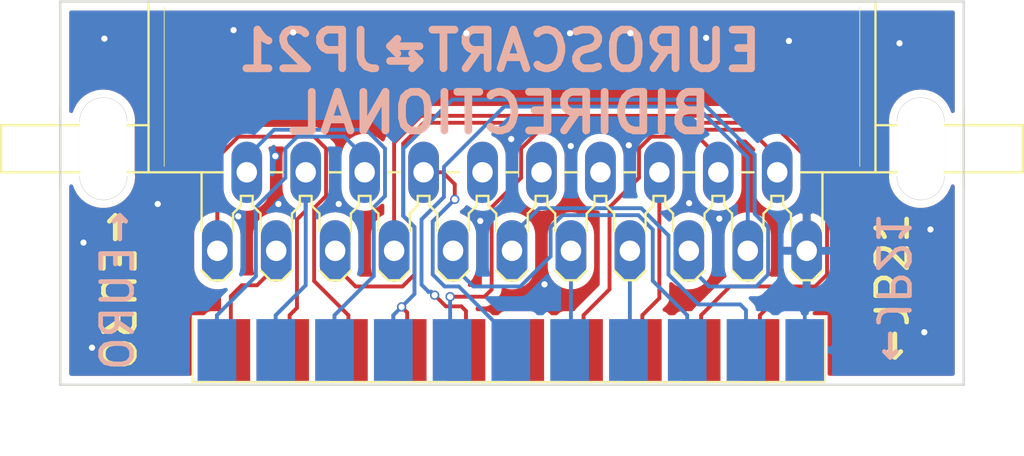
<source format=kicad_pcb>
(kicad_pcb (version 20171130) (host pcbnew "(5.1.0)-1")

  (general
    (thickness 1.6)
    (drawings 9)
    (tracks 191)
    (zones 0)
    (modules 2)
    (nets 23)
  )

  (page A4)
  (layers
    (0 F.Cu signal)
    (31 B.Cu signal)
    (32 B.Adhes user)
    (33 F.Adhes user)
    (34 B.Paste user)
    (35 F.Paste user)
    (36 B.SilkS user)
    (37 F.SilkS user)
    (38 B.Mask user)
    (39 F.Mask user)
    (40 Dwgs.User user)
    (41 Cmts.User user)
    (42 Eco1.User user)
    (43 Eco2.User user)
    (44 Edge.Cuts user)
    (45 Margin user)
    (46 B.CrtYd user)
    (47 F.CrtYd user)
    (48 B.Fab user)
    (49 F.Fab user)
  )

  (setup
    (last_trace_width 0.25)
    (trace_clearance 0.2)
    (zone_clearance 0.508)
    (zone_45_only no)
    (trace_min 0.2)
    (via_size 0.6)
    (via_drill 0.4)
    (via_min_size 0.4)
    (via_min_drill 0.3)
    (uvia_size 0.3)
    (uvia_drill 0.1)
    (uvias_allowed no)
    (uvia_min_size 0.2)
    (uvia_min_drill 0.1)
    (edge_width 0.15)
    (segment_width 0.2)
    (pcb_text_width 0.3)
    (pcb_text_size 1.5 1.5)
    (mod_edge_width 0.15)
    (mod_text_size 1 1)
    (mod_text_width 0.15)
    (pad_size 2.5 4)
    (pad_drill 0)
    (pad_to_mask_clearance 0.2)
    (aux_axis_origin 0 0)
    (visible_elements 7FFFFFFF)
    (pcbplotparams
      (layerselection 0x010f0_ffffffff)
      (usegerberextensions true)
      (usegerberattributes false)
      (usegerberadvancedattributes false)
      (creategerberjobfile false)
      (excludeedgelayer true)
      (linewidth 0.100000)
      (plotframeref false)
      (viasonmask false)
      (mode 1)
      (useauxorigin false)
      (hpglpennumber 1)
      (hpglpenspeed 20)
      (hpglpendiameter 15.000000)
      (psnegative false)
      (psa4output false)
      (plotreference true)
      (plotvalue true)
      (plotinvisibletext false)
      (padsonsilk false)
      (subtractmaskfromsilk false)
      (outputformat 1)
      (mirror false)
      (drillshape 0)
      (scaleselection 1)
      (outputdirectory "Gerbers/JP21M_to_SCARTF/"))
  )

  (net 0 "")
  (net 1 "Net-(J1-Pad10)")
  (net 2 "Net-(J1-Pad12)")
  (net 3 "Net-(J1-Pad14)")
  (net 4 GRN)
  (net 5 R_GND)
  (net 6 RED)
  (net 7 BLANK)
  (net 8 S_GND)
  (net 9 BK_GND)
  (net 10 S_OUT)
  (net 11 S_IN)
  (net 12 GND)
  (net 13 RT_OUT)
  (net 14 RT_IN)
  (net 15 L_OUT)
  (net 16 A_GND)
  (net 17 B_GND)
  (net 18 L_IN)
  (net 19 BLU)
  (net 20 5V)
  (net 21 G_GND)
  (net 22 "Net-(J2-Pad12)")

  (net_class Default "This is the default net class."
    (clearance 0.2)
    (trace_width 0.25)
    (via_dia 0.6)
    (via_drill 0.4)
    (uvia_dia 0.3)
    (uvia_drill 0.1)
    (add_net 5V)
    (add_net A_GND)
    (add_net BK_GND)
    (add_net BLANK)
    (add_net BLU)
    (add_net B_GND)
    (add_net GND)
    (add_net GRN)
    (add_net G_GND)
    (add_net L_IN)
    (add_net L_OUT)
    (add_net "Net-(J1-Pad10)")
    (add_net "Net-(J1-Pad12)")
    (add_net "Net-(J1-Pad14)")
    (add_net "Net-(J2-Pad12)")
    (add_net RED)
    (add_net RT_IN)
    (add_net RT_OUT)
    (add_net R_GND)
    (add_net S_GND)
    (add_net S_IN)
    (add_net S_OUT)
  )

  (module Tinkerplunk:SCART-F-RA (layer F.Cu) (tedit 0) (tstamp 5D280492)
    (at 133.8 80.35 180)
    (descr "TV SCART <B>CONNECTOR</B>")
    (path /5B540E82)
    (fp_text reference J1 (at 21.59 -5.08 180) (layer F.SilkS) hide
      (effects (font (size 1 1) (thickness 0.15)))
    )
    (fp_text value SCART-F (at 13.97 -5.08 180) (layer F.Fab)
      (effects (font (size 1 1) (thickness 0.15)))
    )
    (fp_line (start -24.892 -0.254) (end -24.892 3.302) (layer Edge.Cuts) (width 0.0024))
    (fp_arc (start -26.416 -0.253999) (end -27.94 -0.254) (angle 180) (layer Edge.Cuts) (width 0.05))
    (fp_arc (start -26.416 3.302) (end -27.94 3.302) (angle -180) (layer Edge.Cuts) (width 0.05))
    (fp_line (start -27.94 3.302) (end -27.94 -0.254) (layer Edge.Cuts) (width 0.0024))
    (fp_line (start 27.94 -0.254) (end 27.94 3.302) (layer Edge.Cuts) (width 0.0024))
    (fp_arc (start 26.416 -0.253999) (end 24.892 -0.254) (angle 180) (layer Edge.Cuts) (width 0.05))
    (fp_arc (start 26.416 3.302) (end 24.892 3.302) (angle -180) (layer Edge.Cuts) (width 0.05))
    (fp_line (start 24.892 3.302) (end 24.892 -0.254) (layer Edge.Cuts) (width 0.0024))
    (fp_line (start -29.21 4.064) (end -29.21 -1.016) (layer F.SilkS) (width 0.1524))
    (fp_line (start 29.21 4.064) (end 29.21 -1.016) (layer F.SilkS) (width 0.1524))
    (fp_line (start -22.479 0.381) (end -22.479 10.668) (layer F.SilkS) (width 0.0508))
    (fp_line (start -23.495 11.049) (end -23.495 3.048) (layer F.SilkS) (width 0.1524))
    (fp_line (start -33.02 3.048) (end -23.495 3.048) (layer F.SilkS) (width 0.1524))
    (fp_line (start -33.02 3.048) (end -33.02 0) (layer F.SilkS) (width 0.1524))
    (fp_line (start -23.495 0) (end -33.02 0) (layer F.SilkS) (width 0.1524))
    (fp_line (start -23.495 3.048) (end -23.495 0) (layer F.SilkS) (width 0.1524))
    (fp_line (start -20.066 0) (end -23.495 0) (layer F.SilkS) (width 0.1524))
    (fp_line (start -20.066 0) (end -20.066 -3.81) (layer F.SilkS) (width 0.1524))
    (fp_line (start -20.066 -6.35) (end -20.066 -3.81) (layer F.Fab) (width 0.1524))
    (fp_line (start -19.431 -6.985) (end -20.066 -6.35) (layer F.SilkS) (width 0.1524))
    (fp_line (start -18.669 -6.985) (end -19.431 -6.985) (layer F.SilkS) (width 0.1524))
    (fp_line (start -18.034 -6.35) (end -18.669 -6.985) (layer F.SilkS) (width 0.1524))
    (fp_line (start -18.669 0) (end -20.066 0) (layer F.SilkS) (width 0.1524))
    (fp_line (start -18.669 0) (end -15.621 0) (layer F.Fab) (width 0.1524))
    (fp_line (start -18.034 -3.81) (end -18.034 -6.35) (layer F.Fab) (width 0.1524))
    (fp_line (start -18.034 -2.667) (end -18.034 -3.81) (layer F.SilkS) (width 0.1524))
    (fp_line (start -17.526 -2.159) (end -18.034 -2.667) (layer F.SilkS) (width 0.1524))
    (fp_line (start -17.526 -1.524) (end -17.526 -2.159) (layer F.SilkS) (width 0.1524))
    (fp_line (start -16.764 -1.524) (end -17.526 -1.524) (layer F.SilkS) (width 0.1524))
    (fp_line (start -16.764 -2.159) (end -16.764 -1.524) (layer F.SilkS) (width 0.1524))
    (fp_line (start -16.256 -2.667) (end -16.764 -2.159) (layer F.SilkS) (width 0.1524))
    (fp_line (start -16.256 -3.81) (end -16.256 -2.667) (layer F.SilkS) (width 0.1524))
    (fp_line (start -16.256 -6.35) (end -16.256 -3.81) (layer F.Fab) (width 0.1524))
    (fp_line (start -15.621 -6.985) (end -16.256 -6.35) (layer F.SilkS) (width 0.1524))
    (fp_line (start -14.859 -6.985) (end -15.621 -6.985) (layer F.SilkS) (width 0.1524))
    (fp_line (start -14.224 -6.35) (end -14.859 -6.985) (layer F.SilkS) (width 0.1524))
    (fp_line (start -14.224 -3.81) (end -14.224 -6.35) (layer F.Fab) (width 0.1524))
    (fp_line (start -14.224 -2.667) (end -14.224 -3.81) (layer F.SilkS) (width 0.1524))
    (fp_line (start -13.716 -2.159) (end -14.224 -2.667) (layer F.SilkS) (width 0.1524))
    (fp_line (start -13.716 -1.524) (end -13.716 -2.159) (layer F.SilkS) (width 0.1524))
    (fp_line (start -12.954 -1.524) (end -13.716 -1.524) (layer F.SilkS) (width 0.1524))
    (fp_line (start -12.954 -2.159) (end -12.954 -1.524) (layer F.SilkS) (width 0.1524))
    (fp_line (start -12.446 -2.667) (end -12.954 -2.159) (layer F.SilkS) (width 0.1524))
    (fp_line (start -12.446 -3.81) (end -12.446 -2.667) (layer F.SilkS) (width 0.1524))
    (fp_line (start -12.446 -6.35) (end -12.446 -3.81) (layer F.Fab) (width 0.1524))
    (fp_line (start -11.811 -6.985) (end -12.446 -6.35) (layer F.SilkS) (width 0.1524))
    (fp_line (start -14.859 0) (end -11.811 0) (layer F.Fab) (width 0.1524))
    (fp_line (start -14.859 0) (end -15.621 0) (layer F.SilkS) (width 0.1524))
    (fp_line (start -11.049 0) (end -11.811 0) (layer F.SilkS) (width 0.1524))
    (fp_line (start -11.049 -6.985) (end -11.811 -6.985) (layer F.SilkS) (width 0.1524))
    (fp_line (start -10.414 -6.35) (end -11.049 -6.985) (layer F.SilkS) (width 0.1524))
    (fp_line (start -11.049 0) (end -8.001 0) (layer F.Fab) (width 0.1524))
    (fp_line (start -7.239 0) (end -4.191 0) (layer F.Fab) (width 0.1524))
    (fp_line (start -7.239 0) (end -8.001 0) (layer F.SilkS) (width 0.1524))
    (fp_line (start -10.414 -3.81) (end -10.414 -6.35) (layer F.Fab) (width 0.1524))
    (fp_line (start -10.414 -2.667) (end -10.414 -3.81) (layer F.SilkS) (width 0.1524))
    (fp_line (start -9.906 -2.159) (end -10.414 -2.667) (layer F.SilkS) (width 0.1524))
    (fp_line (start -9.906 -1.524) (end -9.906 -2.159) (layer F.SilkS) (width 0.1524))
    (fp_line (start -9.144 -1.524) (end -9.906 -1.524) (layer F.SilkS) (width 0.1524))
    (fp_line (start -9.144 -2.159) (end -9.144 -1.524) (layer F.SilkS) (width 0.1524))
    (fp_line (start -8.636 -2.667) (end -9.144 -2.159) (layer F.SilkS) (width 0.1524))
    (fp_line (start -8.636 -3.81) (end -8.636 -2.667) (layer F.SilkS) (width 0.1524))
    (fp_line (start -8.636 -6.35) (end -8.636 -3.81) (layer F.Fab) (width 0.1524))
    (fp_line (start -8.001 -6.985) (end -8.636 -6.35) (layer F.SilkS) (width 0.1524))
    (fp_line (start -7.239 -6.985) (end -8.001 -6.985) (layer F.SilkS) (width 0.1524))
    (fp_line (start -6.604 -6.35) (end -7.239 -6.985) (layer F.SilkS) (width 0.1524))
    (fp_line (start -6.604 -3.81) (end -6.604 -6.35) (layer F.Fab) (width 0.1524))
    (fp_line (start -6.604 -2.667) (end -6.604 -3.81) (layer F.SilkS) (width 0.1524))
    (fp_line (start -6.096 -2.159) (end -6.604 -2.667) (layer F.SilkS) (width 0.1524))
    (fp_line (start -6.096 -1.524) (end -6.096 -2.159) (layer F.SilkS) (width 0.1524))
    (fp_line (start -5.334 -1.524) (end -6.096 -1.524) (layer F.SilkS) (width 0.1524))
    (fp_line (start -5.334 -2.159) (end -5.334 -1.524) (layer F.SilkS) (width 0.1524))
    (fp_line (start -4.826 -2.667) (end -5.334 -2.159) (layer F.SilkS) (width 0.1524))
    (fp_line (start -4.826 -3.81) (end -4.826 -2.667) (layer F.SilkS) (width 0.1524))
    (fp_line (start -3.429 0) (end -0.381 0) (layer F.Fab) (width 0.1524))
    (fp_line (start -3.429 0) (end -4.191 0) (layer F.SilkS) (width 0.1524))
    (fp_line (start -4.826 -6.35) (end -4.826 -3.81) (layer F.Fab) (width 0.1524))
    (fp_line (start -4.191 -6.985) (end -4.826 -6.35) (layer F.SilkS) (width 0.1524))
    (fp_line (start -3.429 -6.985) (end -4.191 -6.985) (layer F.SilkS) (width 0.1524))
    (fp_line (start -2.794 -6.35) (end -3.429 -6.985) (layer F.SilkS) (width 0.1524))
    (fp_line (start -2.794 -3.81) (end -2.794 -6.35) (layer F.Fab) (width 0.1524))
    (fp_line (start -2.794 -2.667) (end -2.794 -3.81) (layer F.SilkS) (width 0.1524))
    (fp_line (start -2.286 -2.159) (end -2.794 -2.667) (layer F.SilkS) (width 0.1524))
    (fp_line (start -2.286 -1.524) (end -2.286 -2.159) (layer F.SilkS) (width 0.1524))
    (fp_line (start -1.524 -1.524) (end -2.286 -1.524) (layer F.SilkS) (width 0.1524))
    (fp_line (start -1.524 -2.159) (end -1.524 -1.524) (layer F.SilkS) (width 0.1524))
    (fp_line (start -1.016 -2.667) (end -1.524 -2.159) (layer F.SilkS) (width 0.1524))
    (fp_line (start -1.016 -3.81) (end -1.016 -2.667) (layer F.SilkS) (width 0.1524))
    (fp_line (start -1.016 -6.35) (end -1.016 -3.81) (layer F.Fab) (width 0.1524))
    (fp_line (start -0.381 -6.985) (end -1.016 -6.35) (layer F.SilkS) (width 0.1524))
    (fp_line (start 0.381 -6.985) (end -0.381 -6.985) (layer F.SilkS) (width 0.1524))
    (fp_line (start 1.016 -6.35) (end 0.381 -6.985) (layer F.SilkS) (width 0.1524))
    (fp_line (start 0.381 0) (end 3.429 0) (layer F.Fab) (width 0.1524))
    (fp_line (start 4.191 0) (end 7.239 0) (layer F.Fab) (width 0.1524))
    (fp_line (start 8.001 0) (end 11.049 0) (layer F.Fab) (width 0.1524))
    (fp_line (start 0.381 0) (end -0.381 0) (layer F.SilkS) (width 0.1524))
    (fp_line (start 4.191 0) (end 3.429 0) (layer F.SilkS) (width 0.1524))
    (fp_line (start 8.001 0) (end 7.239 0) (layer F.SilkS) (width 0.1524))
    (fp_line (start 1.016 -3.81) (end 1.016 -6.35) (layer F.Fab) (width 0.1524))
    (fp_line (start 1.016 -2.667) (end 1.016 -3.81) (layer F.SilkS) (width 0.1524))
    (fp_line (start 1.524 -2.159) (end 1.016 -2.667) (layer F.SilkS) (width 0.1524))
    (fp_line (start 1.524 -1.524) (end 1.524 -2.159) (layer F.SilkS) (width 0.1524))
    (fp_line (start 2.286 -1.524) (end 1.524 -1.524) (layer F.SilkS) (width 0.1524))
    (fp_line (start 2.286 -2.159) (end 2.286 -1.524) (layer F.SilkS) (width 0.1524))
    (fp_line (start 2.794 -2.667) (end 2.286 -2.159) (layer F.SilkS) (width 0.1524))
    (fp_line (start 2.794 -3.81) (end 2.794 -2.667) (layer F.SilkS) (width 0.1524))
    (fp_line (start 2.794 -6.35) (end 2.794 -3.81) (layer F.Fab) (width 0.1524))
    (fp_line (start 3.429 -6.985) (end 2.794 -6.35) (layer F.SilkS) (width 0.1524))
    (fp_line (start 4.191 -6.985) (end 3.429 -6.985) (layer F.SilkS) (width 0.1524))
    (fp_line (start 4.826 -6.35) (end 4.191 -6.985) (layer F.SilkS) (width 0.1524))
    (fp_line (start 4.826 -3.81) (end 4.826 -6.35) (layer F.Fab) (width 0.1524))
    (fp_line (start 4.826 -2.667) (end 4.826 -3.81) (layer F.SilkS) (width 0.1524))
    (fp_line (start 5.334 -2.159) (end 4.826 -2.667) (layer F.SilkS) (width 0.1524))
    (fp_line (start 5.334 -1.524) (end 5.334 -2.159) (layer F.SilkS) (width 0.1524))
    (fp_line (start 6.096 -1.524) (end 5.334 -1.524) (layer F.SilkS) (width 0.1524))
    (fp_line (start 6.096 -2.159) (end 6.096 -1.524) (layer F.SilkS) (width 0.1524))
    (fp_line (start 6.604 -2.667) (end 6.096 -2.159) (layer F.SilkS) (width 0.1524))
    (fp_line (start 6.604 -3.81) (end 6.604 -2.667) (layer F.SilkS) (width 0.1524))
    (fp_line (start 6.604 -6.35) (end 6.604 -3.81) (layer F.Fab) (width 0.1524))
    (fp_line (start 7.239 -6.985) (end 6.604 -6.35) (layer F.SilkS) (width 0.1524))
    (fp_line (start 8.001 -6.985) (end 7.239 -6.985) (layer F.SilkS) (width 0.1524))
    (fp_line (start 8.636 -6.35) (end 8.001 -6.985) (layer F.SilkS) (width 0.1524))
    (fp_line (start 8.636 -3.81) (end 8.636 -6.35) (layer F.Fab) (width 0.1524))
    (fp_line (start 8.636 -2.667) (end 8.636 -3.81) (layer F.SilkS) (width 0.1524))
    (fp_line (start 9.144 -2.159) (end 8.636 -2.667) (layer F.SilkS) (width 0.1524))
    (fp_line (start 9.144 -1.524) (end 9.144 -2.159) (layer F.SilkS) (width 0.1524))
    (fp_line (start 9.906 -1.524) (end 9.144 -1.524) (layer F.SilkS) (width 0.1524))
    (fp_line (start 9.906 -2.159) (end 9.906 -1.524) (layer F.SilkS) (width 0.1524))
    (fp_line (start 10.414 -2.667) (end 9.906 -2.159) (layer F.SilkS) (width 0.1524))
    (fp_line (start 10.414 -3.81) (end 10.414 -2.667) (layer F.SilkS) (width 0.1524))
    (fp_line (start 10.414 -6.35) (end 10.414 -3.81) (layer F.Fab) (width 0.1524))
    (fp_line (start 11.049 -6.985) (end 10.414 -6.35) (layer F.SilkS) (width 0.1524))
    (fp_line (start 11.811 -6.985) (end 11.049 -6.985) (layer F.SilkS) (width 0.1524))
    (fp_line (start 12.446 -6.35) (end 11.811 -6.985) (layer F.SilkS) (width 0.1524))
    (fp_line (start 11.811 0) (end 14.859 0) (layer F.Fab) (width 0.1524))
    (fp_line (start 11.811 0) (end 11.049 0) (layer F.SilkS) (width 0.1524))
    (fp_line (start 15.621 0) (end 18.669 0) (layer F.Fab) (width 0.1524))
    (fp_line (start 15.621 0) (end 14.859 0) (layer F.SilkS) (width 0.1524))
    (fp_line (start 13.716 -1.524) (end 12.954 -1.524) (layer F.SilkS) (width 0.1524))
    (fp_line (start 17.526 -1.524) (end 16.764 -1.524) (layer F.SilkS) (width 0.1524))
    (fp_line (start 12.954 -1.524) (end 12.954 -2.159) (layer F.SilkS) (width 0.1524))
    (fp_line (start 13.716 -2.159) (end 13.716 -1.524) (layer F.SilkS) (width 0.1524))
    (fp_line (start 12.446 -3.81) (end 12.446 -6.35) (layer F.Fab) (width 0.1524))
    (fp_line (start 12.446 -2.667) (end 12.446 -3.81) (layer F.SilkS) (width 0.1524))
    (fp_line (start 12.954 -2.159) (end 12.446 -2.667) (layer F.SilkS) (width 0.1524))
    (fp_line (start 14.224 -2.667) (end 13.716 -2.159) (layer F.SilkS) (width 0.1524))
    (fp_line (start 18.669 -6.985) (end 19.431 -6.985) (layer F.SilkS) (width 0.1524))
    (fp_line (start 14.224 -3.81) (end 14.224 -2.667) (layer F.SilkS) (width 0.1524))
    (fp_line (start 14.224 -6.35) (end 14.224 -3.81) (layer F.Fab) (width 0.1524))
    (fp_line (start 14.859 -6.985) (end 14.224 -6.35) (layer F.SilkS) (width 0.1524))
    (fp_line (start 15.621 -6.985) (end 14.859 -6.985) (layer F.SilkS) (width 0.1524))
    (fp_line (start 16.256 -6.35) (end 15.621 -6.985) (layer F.SilkS) (width 0.1524))
    (fp_line (start 16.256 -3.81) (end 16.256 -6.35) (layer F.Fab) (width 0.1524))
    (fp_line (start 16.256 -2.667) (end 16.256 -3.81) (layer F.SilkS) (width 0.1524))
    (fp_line (start 16.764 -2.159) (end 16.256 -2.667) (layer F.SilkS) (width 0.1524))
    (fp_line (start 16.764 -1.524) (end 16.764 -2.159) (layer F.SilkS) (width 0.1524))
    (fp_line (start 17.526 -2.159) (end 17.526 -1.524) (layer F.SilkS) (width 0.1524))
    (fp_line (start 18.034 -2.667) (end 17.526 -2.159) (layer F.SilkS) (width 0.1524))
    (fp_line (start 18.034 -3.81) (end 18.034 -2.667) (layer F.SilkS) (width 0.1524))
    (fp_line (start 18.034 -6.35) (end 18.034 -3.81) (layer F.Fab) (width 0.1524))
    (fp_line (start 20.066 -3.81) (end 20.066 -6.35) (layer F.Fab) (width 0.1524))
    (fp_line (start 20.066 -6.35) (end 19.431 -6.985) (layer F.SilkS) (width 0.1524))
    (fp_line (start 18.669 -6.985) (end 18.034 -6.35) (layer F.SilkS) (width 0.1524))
    (fp_line (start 20.066 0) (end 20.066 -3.81) (layer F.SilkS) (width 0.1524))
    (fp_line (start 22.479 0.381) (end 22.479 10.668) (layer F.SilkS) (width 0.0508))
    (fp_line (start 23.495 3.048) (end 23.495 0) (layer F.SilkS) (width 0.1524))
    (fp_line (start 20.066 0) (end 18.669 0) (layer F.SilkS) (width 0.1524))
    (fp_line (start 23.495 0) (end 20.066 0) (layer F.SilkS) (width 0.1524))
    (fp_line (start 33.02 0) (end 23.495 0) (layer F.SilkS) (width 0.1524))
    (fp_line (start 33.02 3.048) (end 33.02 0) (layer F.SilkS) (width 0.1524))
    (fp_line (start 23.495 3.048) (end 33.02 3.048) (layer F.SilkS) (width 0.1524))
    (fp_line (start 23.495 11.049) (end 23.495 3.048) (layer F.SilkS) (width 0.1524))
    (fp_line (start -23.495 11.049) (end 23.495 11.049) (layer F.SilkS) (width 0.1524))
    (pad "" np_thru_hole circle (at -26.416 3.302 180) (size 3.0226 3.0226) (drill 3.0226) (layers *.Cu *.Mask))
    (pad "" np_thru_hole circle (at -26.416 -0.254 180) (size 3.0226 3.0226) (drill 3.0226) (layers *.Cu *.Mask))
    (pad "" np_thru_hole circle (at 26.416 3.302 180) (size 3.0226 3.0226) (drill 3.0226) (layers *.Cu *.Mask))
    (pad "" np_thru_hole circle (at 26.416 -0.254 180) (size 3.0226 3.0226) (drill 3.0226) (layers *.Cu *.Mask))
    (pad 21 thru_hole oval (at -19.05 -5.08 270) (size 3.9624 1.9812) (drill 1.3208) (layers *.Cu *.Mask)
      (net 12 GND) (solder_mask_margin 0.1016))
    (pad 20 thru_hole oval (at -17.145 0 270) (size 3.9624 1.9812) (drill 1.3208) (layers *.Cu *.Mask)
      (net 11 S_IN) (solder_mask_margin 0.1016))
    (pad 19 thru_hole oval (at -15.24 -5.08 270) (size 3.9624 1.9812) (drill 1.3208) (layers *.Cu *.Mask)
      (net 10 S_OUT) (solder_mask_margin 0.1016))
    (pad 18 thru_hole oval (at -13.335 0 270) (size 3.9624 1.9812) (drill 1.3208) (layers *.Cu *.Mask)
      (net 9 BK_GND) (solder_mask_margin 0.1016))
    (pad 17 thru_hole oval (at -11.43 -5.08 270) (size 3.9624 1.9812) (drill 1.3208) (layers *.Cu *.Mask)
      (net 8 S_GND) (solder_mask_margin 0.1016))
    (pad 16 thru_hole oval (at -9.525 0 270) (size 3.9624 1.9812) (drill 1.3208) (layers *.Cu *.Mask)
      (net 7 BLANK) (solder_mask_margin 0.1016))
    (pad 15 thru_hole oval (at -7.62 -5.08 270) (size 3.9624 1.9812) (drill 1.3208) (layers *.Cu *.Mask)
      (net 6 RED) (solder_mask_margin 0.1016))
    (pad 14 thru_hole oval (at -5.715 0 270) (size 3.9624 1.9812) (drill 1.3208) (layers *.Cu *.Mask)
      (net 3 "Net-(J1-Pad14)") (solder_mask_margin 0.1016))
    (pad 13 thru_hole oval (at -3.81 -5.08 270) (size 3.9624 1.9812) (drill 1.3208) (layers *.Cu *.Mask)
      (net 5 R_GND) (solder_mask_margin 0.1016))
    (pad 12 thru_hole oval (at -1.905 0 270) (size 3.9624 1.9812) (drill 1.3208) (layers *.Cu *.Mask)
      (net 2 "Net-(J1-Pad12)") (solder_mask_margin 0.1016))
    (pad 11 thru_hole oval (at 0 -5.08 270) (size 3.9624 1.9812) (drill 1.3208) (layers *.Cu *.Mask)
      (net 4 GRN) (solder_mask_margin 0.1016))
    (pad 10 thru_hole oval (at 1.905 0 270) (size 3.9624 1.9812) (drill 1.3208) (layers *.Cu *.Mask)
      (net 1 "Net-(J1-Pad10)") (solder_mask_margin 0.1016))
    (pad 9 thru_hole oval (at 3.81 -5.08 270) (size 3.9624 1.9812) (drill 1.3208) (layers *.Cu *.Mask)
      (net 21 G_GND) (solder_mask_margin 0.1016))
    (pad 8 thru_hole oval (at 5.715 0 270) (size 3.9624 1.9812) (drill 1.3208) (layers *.Cu *.Mask)
      (net 20 5V) (solder_mask_margin 0.1016))
    (pad 7 thru_hole oval (at 7.62 -5.08 270) (size 3.9624 1.9812) (drill 1.3208) (layers *.Cu *.Mask)
      (net 19 BLU) (solder_mask_margin 0.1016))
    (pad 6 thru_hole oval (at 9.525 0 270) (size 3.9624 1.9812) (drill 1.3208) (layers *.Cu *.Mask)
      (net 18 L_IN) (solder_mask_margin 0.1016))
    (pad 5 thru_hole oval (at 11.43 -5.08 270) (size 3.9624 1.9812) (drill 1.3208) (layers *.Cu *.Mask)
      (net 17 B_GND) (solder_mask_margin 0.1016))
    (pad 4 thru_hole oval (at 13.335 0 270) (size 3.9624 1.9812) (drill 1.3208) (layers *.Cu *.Mask)
      (net 16 A_GND) (solder_mask_margin 0.1016))
    (pad 3 thru_hole oval (at 15.24 -5.08 270) (size 3.9624 1.9812) (drill 1.3208) (layers *.Cu *.Mask)
      (net 15 L_OUT) (solder_mask_margin 0.1016))
    (pad 2 thru_hole oval (at 17.145 0 270) (size 3.9624 1.9812) (drill 1.3208) (layers *.Cu *.Mask)
      (net 14 RT_IN) (solder_mask_margin 0.1016))
    (pad 1 thru_hole oval (at 19.05 -5.08 270) (size 3.9624 1.9812) (drill 1.3208) (layers *.Cu *.Mask)
      (net 13 RT_OUT) (solder_mask_margin 0.1016))
    (model "C:/Users/jacob/Documents/Github/Tinkerplunk-KiCAD-Footprints/Tinkerplunk.pretty/3D Models/scart-RA.wrl"
      (offset (xyz 0 -2.2 0))
      (scale (xyz 1 1 1))
      (rotate (xyz 0 0 0))
    )
  )

  (module Tinkerplunk:MALE_SCART (layer F.Cu) (tedit 5D51A90C) (tstamp 5D280563)
    (at 113.15 93.85)
    (path /5B540EA9)
    (fp_text reference J2 (at 20.7 -4.55) (layer F.SilkS) hide
      (effects (font (size 0.9652 0.9652) (thickness 0.09652)) (justify left bottom))
    )
    (fp_text value SCART-F (at 24.875 4.5) (layer F.Fab)
      (effects (font (size 1.6891 1.6891) (thickness 0.16891)) (justify left bottom))
    )
    (fp_line (start 0 -2.54) (end 0 -4.0005) (layer F.SilkS) (width 0.12))
    (fp_line (start 40.894 0.0635) (end 40.894 -4.0005) (layer F.SilkS) (width 0.12))
    (fp_line (start 0 0.0635) (end 40.894 0.0635) (layer F.SilkS) (width 0.12))
    (fp_line (start 0 0) (end 0 0.0635) (layer F.SilkS) (width 0.12))
    (fp_line (start 0 0) (end 0 -2.54) (layer F.SilkS) (width 0.12))
    (pad 21 smd rect (at 39.575 -2) (size 2.5 4) (layers B.Cu B.Paste B.Mask)
      (net 12 GND))
    (pad 19 smd rect (at 35.775 -2) (size 2.5 4) (layers B.Cu B.Paste B.Mask)
      (net 4 GRN))
    (pad 17 smd rect (at 31.975 -2) (size 2.5 4) (layers B.Cu B.Paste B.Mask)
      (net 21 G_GND))
    (pad 15 smd rect (at 28.175 -2) (size 2.5 4) (layers B.Cu B.Paste B.Mask)
      (net 6 RED))
    (pad 13 smd rect (at 24.375 -2) (size 2.5 4) (layers B.Cu B.Paste B.Mask)
      (net 5 R_GND))
    (pad 11 smd rect (at 20.575 -2) (size 2.5 4) (layers B.Cu B.Paste B.Mask)
      (net 20 5V))
    (pad 9 smd rect (at 16.775 -2) (size 2.5 4) (layers B.Cu B.Paste B.Mask)
      (net 11 S_IN))
    (pad 7 smd rect (at 12.975 -2) (size 2.5 4) (layers B.Cu B.Paste B.Mask)
      (net 8 S_GND))
    (pad 5 smd rect (at 9.175 -2) (size 2.5 4) (layers B.Cu B.Paste B.Mask)
      (net 14 RT_IN))
    (pad 3 smd rect (at 5.375 -2) (size 2.5 4) (layers B.Cu B.Paste B.Mask)
      (net 16 A_GND))
    (pad 1 smd rect (at 1.575 -2) (size 2.5 4) (layers B.Cu B.Paste B.Mask)
      (net 18 L_IN))
    (pad 20 smd rect (at 36.675 -2) (size 2.5 4) (layers F.Cu F.Paste F.Mask)
      (net 19 BLU))
    (pad 18 smd rect (at 32.875 -2) (size 2.5 4) (layers F.Cu F.Paste F.Mask)
      (net 17 B_GND))
    (pad 16 smd rect (at 29.075 -2) (size 2.5 4) (layers F.Cu F.Paste F.Mask)
      (net 7 BLANK))
    (pad 14 smd rect (at 25.275 -2) (size 2.5 4) (layers F.Cu F.Paste F.Mask)
      (net 9 BK_GND))
    (pad 12 smd rect (at 21.475 -2) (size 2.5 4) (layers F.Cu F.Paste F.Mask)
      (net 22 "Net-(J2-Pad12)"))
    (pad 10 smd rect (at 17.675 -2) (size 2.5 4) (layers F.Cu F.Paste F.Mask)
      (net 10 S_OUT))
    (pad 8 smd rect (at 13.875 -2) (size 2.5 4) (layers F.Cu F.Paste F.Mask)
      (net 8 S_GND))
    (pad 6 smd rect (at 10.075 -2) (size 2.5 4) (layers F.Cu F.Paste F.Mask)
      (net 13 RT_OUT))
    (pad 4 smd rect (at 6.275 -2) (size 2.5 4) (layers F.Cu F.Paste F.Mask)
      (net 16 A_GND))
    (pad 2 smd rect (at 2.475 -2) (size 2.5 4) (layers F.Cu F.Paste F.Mask)
      (net 15 L_OUT))
  )

  (gr_text "EUROSCART⇄JP21\nBIDIRECTIONAL" (at 133 74.5) (layer B.SilkS)
    (effects (font (size 2.5 2.5) (thickness 0.5)) (justify mirror))
  )
  (gr_text ←EURO (at 108.3 87.9 90) (layer B.SilkS) (tstamp 5D281AAD)
    (effects (font (size 2 2) (thickness 0.3)) (justify mirror))
  )
  (gr_text ←JP21 (at 158.4 87.9 270) (layer B.SilkS) (tstamp 5D2819D7)
    (effects (font (size 2 2) (thickness 0.3)) (justify mirror))
  )
  (gr_text ←JP21 (at 158.4 87.9 90) (layer F.SilkS) (tstamp 5D2817CB)
    (effects (font (size 2 2) (thickness 0.3)))
  )
  (gr_text ←EURO (at 108.3 87.9 270) (layer F.SilkS)
    (effects (font (size 2 2) (thickness 0.3)))
  )
  (gr_line (start 163 69.3) (end 104.6 69.3) (layer Edge.Cuts) (width 0.15) (tstamp 5D280A87))
  (gr_line (start 163 94.1) (end 163 69.3) (layer Edge.Cuts) (width 0.15))
  (gr_line (start 104.6 94.1) (end 163 94.1) (layer Edge.Cuts) (width 0.15))
  (gr_line (start 104.6 69.3) (end 104.6 94.1) (layer Edge.Cuts) (width 0.15))

  (segment (start 148.55 88.9) (end 148.925 89.275) (width 0.25) (layer B.Cu) (net 4))
  (segment (start 145.848847 88.9) (end 148.55 88.9) (width 0.25) (layer B.Cu) (net 4))
  (segment (start 133.8 84.4394) (end 135.56562 82.67378) (width 0.25) (layer B.Cu) (net 4))
  (segment (start 133.8 85.43) (end 133.8 84.4394) (width 0.25) (layer B.Cu) (net 4))
  (segment (start 148.925 89.275) (end 148.925 91.85) (width 0.25) (layer B.Cu) (net 4))
  (segment (start 135.56562 82.67378) (end 142.151344 82.673781) (width 0.25) (layer B.Cu) (net 4))
  (segment (start 142.151344 82.673781) (end 143.91439 84.436827) (width 0.25) (layer B.Cu) (net 4))
  (segment (start 143.91439 84.436827) (end 143.91439 86.965543) (width 0.25) (layer B.Cu) (net 4))
  (segment (start 143.91439 86.965543) (end 145.848847 88.9) (width 0.25) (layer B.Cu) (net 4))
  (segment (start 137.61 91.765) (end 137.525 91.85) (width 0.25) (layer B.Cu) (net 5))
  (segment (start 137.61 85.43) (end 137.61 91.765) (width 0.25) (layer B.Cu) (net 5))
  (segment (start 141.42 91.755) (end 141.325 91.85) (width 0.25) (layer B.Cu) (net 6))
  (segment (start 141.42 85.43) (end 141.42 91.755) (width 0.25) (layer B.Cu) (net 6))
  (segment (start 143.325 82.5812) (end 143.325 80.35) (width 0.25) (layer F.Cu) (net 7))
  (segment (start 143.325 88.5) (end 143.325 82.5812) (width 0.25) (layer F.Cu) (net 7))
  (segment (start 142.225 89.6) (end 143.325 88.5) (width 0.25) (layer F.Cu) (net 7))
  (segment (start 142.225 91.85) (end 142.225 89.6) (width 0.25) (layer F.Cu) (net 7))
  (segment (start 126.125 89.6) (end 126.125 91.85) (width 0.25) (layer B.Cu) (net 8))
  (segment (start 127.49561 83.894457) (end 127.49561 88.22939) (width 0.25) (layer B.Cu) (net 8))
  (segment (start 126.76939 83.168237) (end 127.49561 83.894457) (width 0.25) (layer B.Cu) (net 8))
  (segment (start 126.76939 78.814457) (end 126.76939 83.168237) (width 0.25) (layer B.Cu) (net 8))
  (segment (start 149.49001 83.028857) (end 149.49001 79.217447) (width 0.25) (layer B.Cu) (net 8))
  (segment (start 150.35561 83.894457) (end 149.49001 83.028857) (width 0.25) (layer B.Cu) (net 8))
  (segment (start 149.49001 79.217447) (end 145.922553 75.64999) (width 0.25) (layer B.Cu) (net 8))
  (segment (start 149.584943 87.73621) (end 150.35561 86.965543) (width 0.25) (layer B.Cu) (net 8))
  (segment (start 145.922553 75.64999) (end 129.933857 75.64999) (width 0.25) (layer B.Cu) (net 8))
  (segment (start 146.54561 87.73621) (end 149.584943 87.73621) (width 0.25) (layer B.Cu) (net 8))
  (segment (start 129.933857 75.64999) (end 126.76939 78.814457) (width 0.25) (layer B.Cu) (net 8))
  (segment (start 145.23 86.4206) (end 146.54561 87.73621) (width 0.25) (layer B.Cu) (net 8))
  (segment (start 150.35561 86.965543) (end 150.35561 83.894457) (width 0.25) (layer B.Cu) (net 8))
  (segment (start 145.23 85.43) (end 145.23 86.4206) (width 0.25) (layer B.Cu) (net 8))
  (via (at 126.6625 89.0625) (size 0.6) (drill 0.4) (layers F.Cu B.Cu) (net 8))
  (segment (start 127.025 89.425) (end 126.6625 89.0625) (width 0.25) (layer F.Cu) (net 8))
  (segment (start 127.025 91.85) (end 127.025 89.425) (width 0.25) (layer F.Cu) (net 8))
  (segment (start 127.49561 88.22939) (end 126.6625 89.0625) (width 0.25) (layer B.Cu) (net 8))
  (segment (start 126.6625 89.0625) (end 126.125 89.6) (width 0.25) (layer B.Cu) (net 8))
  (segment (start 142.780057 78.04379) (end 145.81939 78.04379) (width 0.25) (layer F.Cu) (net 9))
  (segment (start 142.00939 78.814457) (end 142.780057 78.04379) (width 0.25) (layer F.Cu) (net 9))
  (segment (start 142.00939 80.706763) (end 142.00939 78.814457) (width 0.25) (layer F.Cu) (net 9))
  (segment (start 147.135 79.3594) (end 147.135 80.35) (width 0.25) (layer F.Cu) (net 9))
  (segment (start 140.10439 82.611763) (end 142.00939 80.706763) (width 0.25) (layer F.Cu) (net 9))
  (segment (start 145.81939 78.04379) (end 147.135 79.3594) (width 0.25) (layer F.Cu) (net 9))
  (segment (start 140.10439 87.92061) (end 140.10439 82.611763) (width 0.25) (layer F.Cu) (net 9))
  (segment (start 138.425 89.6) (end 140.10439 87.92061) (width 0.25) (layer F.Cu) (net 9))
  (segment (start 138.425 91.85) (end 138.425 89.6) (width 0.25) (layer F.Cu) (net 9))
  (segment (start 128.4 88.075) (end 128.4 88.1) (width 0.25) (layer B.Cu) (net 10))
  (segment (start 127.95 87.625) (end 128.4 88.075) (width 0.25) (layer B.Cu) (net 10))
  (segment (start 149.04 79.403847) (end 145.736153 76.1) (width 0.25) (layer B.Cu) (net 10))
  (segment (start 149.04 85.43) (end 149.04 79.403847) (width 0.25) (layer B.Cu) (net 10))
  (segment (start 145.736153 76.1) (end 133.293847 76.1) (width 0.25) (layer B.Cu) (net 10))
  (segment (start 133.293847 76.1) (end 129.40061 79.993237) (width 0.25) (layer B.Cu) (net 10))
  (segment (start 127.95 83.4) (end 127.95 87.625) (width 0.25) (layer B.Cu) (net 10))
  (segment (start 129.40061 79.993237) (end 129.40061 81.94939) (width 0.25) (layer B.Cu) (net 10))
  (segment (start 129.40061 81.94939) (end 127.95 83.4) (width 0.25) (layer B.Cu) (net 10))
  (via (at 128.8 88.3) (size 0.6) (drill 0.4) (layers F.Cu B.Cu) (net 10))
  (segment (start 128.4 88.075) (end 128.575 88.075) (width 0.25) (layer B.Cu) (net 10))
  (segment (start 128.575 88.075) (end 128.8 88.3) (width 0.25) (layer B.Cu) (net 10))
  (segment (start 129.525001 89.025001) (end 130.525001 89.025001) (width 0.25) (layer F.Cu) (net 10))
  (segment (start 128.8 88.3) (end 129.525001 89.025001) (width 0.25) (layer F.Cu) (net 10))
  (segment (start 130.825 89.325) (end 130.825 91.85) (width 0.25) (layer F.Cu) (net 10))
  (segment (start 130.525001 89.025001) (end 130.825 89.325) (width 0.25) (layer F.Cu) (net 10))
  (segment (start 150.945 79.3594) (end 150.945 80.35) (width 0.25) (layer F.Cu) (net 11))
  (segment (start 149.17938 77.59378) (end 150.945 79.3594) (width 0.25) (layer F.Cu) (net 11))
  (segment (start 135.610067 77.59378) (end 149.17938 77.59378) (width 0.25) (layer F.Cu) (net 11))
  (segment (start 132.025 88.4) (end 132.48439 87.94061) (width 0.25) (layer F.Cu) (net 11))
  (segment (start 132.48439 87.94061) (end 132.48439 82.611763) (width 0.25) (layer F.Cu) (net 11))
  (segment (start 132.48439 82.611763) (end 134.38939 80.706763) (width 0.25) (layer F.Cu) (net 11))
  (segment (start 134.38939 80.706763) (end 134.38939 78.814457) (width 0.25) (layer F.Cu) (net 11))
  (segment (start 134.38939 78.814457) (end 135.610067 77.59378) (width 0.25) (layer F.Cu) (net 11))
  (via (at 129.8 88.4) (size 0.6) (drill 0.4) (layers F.Cu B.Cu) (net 11))
  (segment (start 129.7 88.4) (end 129.8 88.4) (width 0.25) (layer F.Cu) (net 11))
  (segment (start 129.8 88.4) (end 132.025 88.4) (width 0.25) (layer F.Cu) (net 11))
  (segment (start 129.8 91.725) (end 129.925 91.85) (width 0.25) (layer B.Cu) (net 11))
  (segment (start 129.8 88.4) (end 129.8 91.725) (width 0.25) (layer B.Cu) (net 11))
  (segment (start 152.725 85.555) (end 152.85 85.43) (width 0.25) (layer B.Cu) (net 12))
  (segment (start 152.725 91.85) (end 152.725 85.555) (width 0.25) (layer B.Cu) (net 12))
  (via (at 147.2 83.35) (size 0.6) (drill 0.4) (layers F.Cu B.Cu) (net 12))
  (via (at 145.25 82.35) (size 0.6) (drill 0.4) (layers F.Cu B.Cu) (net 12))
  (via (at 137.6 78.65) (size 0.6) (drill 0.4) (layers F.Cu B.Cu) (net 12))
  (via (at 141.35 78.6) (size 0.6) (drill 0.4) (layers F.Cu B.Cu) (net 12))
  (via (at 133.75 78.2) (size 0.6) (drill 0.4) (layers F.Cu B.Cu) (net 12))
  (via (at 131.75 83.5) (size 0.6) (drill 0.4) (layers F.Cu B.Cu) (net 12))
  (via (at 135.9 87.6) (size 0.6) (drill 0.4) (layers F.Cu B.Cu) (net 12))
  (via (at 115.8 71.15) (size 0.6) (drill 0.4) (layers F.Cu B.Cu) (net 12))
  (via (at 119.65 71.3) (size 0.6) (drill 0.4) (layers F.Cu B.Cu) (net 12))
  (via (at 130.85 71.35) (size 0.6) (drill 0.4) (layers F.Cu B.Cu) (net 12))
  (via (at 137.55 71.35) (size 0.6) (drill 0.4) (layers F.Cu B.Cu) (net 12))
  (via (at 141.45 71.35) (size 0.6) (drill 0.4) (layers F.Cu B.Cu) (net 12))
  (via (at 146.35 71.65) (size 0.6) (drill 0.4) (layers F.Cu B.Cu) (net 12))
  (via (at 151.7 71.85) (size 0.6) (drill 0.4) (layers F.Cu B.Cu) (net 12))
  (via (at 158.85 72) (size 0.6) (drill 0.4) (layers F.Cu B.Cu) (net 12))
  (via (at 160.85 84.05) (size 0.6) (drill 0.4) (layers F.Cu B.Cu) (net 12))
  (via (at 160.45 90.7) (size 0.6) (drill 0.4) (layers F.Cu B.Cu) (net 12))
  (via (at 106.65 91.7) (size 0.6) (drill 0.4) (layers F.Cu B.Cu) (net 12))
  (via (at 106.1 84.9) (size 0.6) (drill 0.4) (layers F.Cu B.Cu) (net 12))
  (via (at 110.9 82.4) (size 0.6) (drill 0.4) (layers F.Cu B.Cu) (net 12))
  (via (at 107.45 71.7) (size 0.6) (drill 0.4) (layers F.Cu B.Cu) (net 12))
  (via (at 122.6 82.4) (size 0.6) (drill 0.4) (layers F.Cu B.Cu) (net 12))
  (via (at 116.1 83.2) (size 0.6) (drill 0.4) (layers F.Cu B.Cu) (net 12))
  (via (at 118.7 82.4) (size 0.6) (drill 0.4) (layers F.Cu B.Cu) (net 12))
  (via (at 118.5 79.3) (size 0.6) (drill 0.4) (layers F.Cu B.Cu) (net 12))
  (segment (start 123.225 91.85) (end 123.225 91.1) (width 0.25) (layer F.Cu) (net 13))
  (segment (start 114.75 83.1988) (end 114.75 85.43) (width 0.25) (layer F.Cu) (net 13))
  (segment (start 114.75 79.403847) (end 114.75 83.1988) (width 0.25) (layer F.Cu) (net 13))
  (segment (start 116.110057 78.04379) (end 114.75 79.403847) (width 0.25) (layer F.Cu) (net 13))
  (segment (start 121.009943 78.04379) (end 116.110057 78.04379) (width 0.25) (layer F.Cu) (net 13))
  (segment (start 121.78061 81.885543) (end 121.78061 78.814457) (width 0.25) (layer F.Cu) (net 13))
  (segment (start 121.009943 82.65621) (end 121.78061 81.885543) (width 0.25) (layer F.Cu) (net 13))
  (segment (start 121.78061 78.814457) (end 121.009943 78.04379) (width 0.25) (layer F.Cu) (net 13))
  (segment (start 121.009943 87.384943) (end 121.009943 82.65621) (width 0.25) (layer F.Cu) (net 13))
  (segment (start 123.225 89.6) (end 121.009943 87.384943) (width 0.25) (layer F.Cu) (net 13))
  (segment (start 123.225 91.85) (end 123.225 89.6) (width 0.25) (layer F.Cu) (net 13))
  (segment (start 116.655 79.3594) (end 116.655 80.35) (width 0.25) (layer B.Cu) (net 14))
  (segment (start 118.42062 77.59378) (end 116.655 79.3594) (width 0.25) (layer B.Cu) (net 14))
  (segment (start 124.369933 77.59378) (end 118.42062 77.59378) (width 0.25) (layer B.Cu) (net 14))
  (segment (start 125.59061 78.814457) (end 124.369933 77.59378) (width 0.25) (layer B.Cu) (net 14))
  (segment (start 125.59061 81.885543) (end 125.59061 78.814457) (width 0.25) (layer B.Cu) (net 14))
  (segment (start 124.86439 82.611763) (end 125.59061 81.885543) (width 0.25) (layer B.Cu) (net 14))
  (segment (start 124.86439 87.06061) (end 124.86439 82.611763) (width 0.25) (layer B.Cu) (net 14))
  (segment (start 122.325 89.6) (end 124.86439 87.06061) (width 0.25) (layer B.Cu) (net 14))
  (segment (start 122.325 91.85) (end 122.325 89.6) (width 0.25) (layer B.Cu) (net 14))
  (segment (start 118.56 86.4206) (end 118.56 85.43) (width 0.25) (layer F.Cu) (net 15))
  (segment (start 117.3194 87.6612) (end 118.56 86.4206) (width 0.25) (layer F.Cu) (net 15))
  (segment (start 116.3288 87.6612) (end 117.3194 87.6612) (width 0.25) (layer F.Cu) (net 15))
  (segment (start 115.625 88.365) (end 116.3288 87.6612) (width 0.25) (layer F.Cu) (net 15))
  (segment (start 115.625 91.85) (end 115.625 88.365) (width 0.25) (layer F.Cu) (net 15))
  (segment (start 119.425 89.6) (end 119.9 89.125) (width 0.25) (layer F.Cu) (net 16))
  (segment (start 119.425 91.85) (end 119.425 89.6) (width 0.25) (layer F.Cu) (net 16))
  (segment (start 119.9 89.125) (end 119.9 83.4) (width 0.25) (layer F.Cu) (net 16))
  (segment (start 120.465 82.835) (end 120.465 80.35) (width 0.25) (layer F.Cu) (net 16))
  (segment (start 119.9 83.4) (end 120.465 82.835) (width 0.25) (layer F.Cu) (net 16))
  (segment (start 120.465 82.5812) (end 120.465 80.35) (width 0.25) (layer B.Cu) (net 16))
  (segment (start 120.465 87.66) (end 120.465 82.5812) (width 0.25) (layer B.Cu) (net 16))
  (segment (start 118.525 89.6) (end 120.465 87.66) (width 0.25) (layer B.Cu) (net 16))
  (segment (start 118.525 91.85) (end 118.525 89.6) (width 0.25) (layer B.Cu) (net 16))
  (segment (start 122.37 86.4206) (end 122.37 85.43) (width 0.25) (layer F.Cu) (net 17))
  (segment (start 123.68561 87.73621) (end 122.37 86.4206) (width 0.25) (layer F.Cu) (net 17))
  (segment (start 127.49561 83.894457) (end 127.49561 86.965543) (width 0.25) (layer F.Cu) (net 17))
  (segment (start 126.76939 83.168237) (end 127.49561 83.894457) (width 0.25) (layer F.Cu) (net 17))
  (segment (start 126.76939 78.48061) (end 126.76939 83.168237) (width 0.25) (layer F.Cu) (net 17))
  (segment (start 128.10623 77.14377) (end 126.76939 78.48061) (width 0.25) (layer F.Cu) (net 17))
  (segment (start 150.589923 77.14377) (end 128.10623 77.14377) (width 0.25) (layer F.Cu) (net 17))
  (segment (start 154.16561 80.719457) (end 150.589923 77.14377) (width 0.25) (layer F.Cu) (net 17))
  (segment (start 154.16561 86.965543) (end 154.16561 80.719457) (width 0.25) (layer F.Cu) (net 17))
  (segment (start 127.49561 86.965543) (end 126.724943 87.73621) (width 0.25) (layer F.Cu) (net 17))
  (segment (start 153.394943 87.73621) (end 154.16561 86.965543) (width 0.25) (layer F.Cu) (net 17))
  (segment (start 126.724943 87.73621) (end 123.68561 87.73621) (width 0.25) (layer F.Cu) (net 17))
  (segment (start 147.88879 87.73621) (end 153.394943 87.73621) (width 0.25) (layer F.Cu) (net 17))
  (segment (start 146.025 89.6) (end 147.88879 87.73621) (width 0.25) (layer F.Cu) (net 17))
  (segment (start 146.025 91.85) (end 146.025 89.6) (width 0.25) (layer F.Cu) (net 17))
  (segment (start 122.95939 78.04379) (end 124.275 79.3594) (width 0.25) (layer B.Cu) (net 18))
  (segment (start 119.920057 78.04379) (end 122.95939 78.04379) (width 0.25) (layer B.Cu) (net 18))
  (segment (start 119.14939 80.706763) (end 119.14939 78.814457) (width 0.25) (layer B.Cu) (net 18))
  (segment (start 117.24439 82.611763) (end 119.14939 80.706763) (width 0.25) (layer B.Cu) (net 18))
  (segment (start 117.24439 87.08061) (end 117.24439 82.611763) (width 0.25) (layer B.Cu) (net 18))
  (segment (start 119.14939 78.814457) (end 119.920057 78.04379) (width 0.25) (layer B.Cu) (net 18))
  (segment (start 114.725 89.6) (end 117.24439 87.08061) (width 0.25) (layer B.Cu) (net 18))
  (segment (start 124.275 79.3594) (end 124.275 80.35) (width 0.25) (layer B.Cu) (net 18))
  (segment (start 114.725 91.85) (end 114.725 89.6) (width 0.25) (layer B.Cu) (net 18))
  (segment (start 149.825 89.6) (end 150.575 88.85) (width 0.25) (layer F.Cu) (net 19))
  (segment (start 149.825 91.85) (end 149.825 89.6) (width 0.25) (layer F.Cu) (net 19))
  (segment (start 126.18 83.1988) (end 126.18 85.43) (width 0.25) (layer F.Cu) (net 19))
  (segment (start 126.18 78.43359) (end 126.18 83.1988) (width 0.25) (layer F.Cu) (net 19))
  (segment (start 127.919829 76.693761) (end 126.18 78.43359) (width 0.25) (layer F.Cu) (net 19))
  (segment (start 150.776323 76.69376) (end 127.919829 76.693761) (width 0.25) (layer F.Cu) (net 19))
  (segment (start 154.615619 80.533056) (end 150.776323 76.69376) (width 0.25) (layer F.Cu) (net 19))
  (segment (start 154.61562 87.151943) (end 154.615619 80.533056) (width 0.25) (layer F.Cu) (net 19))
  (segment (start 152.917563 88.85) (end 154.61562 87.151943) (width 0.25) (layer F.Cu) (net 19))
  (segment (start 150.575 88.85) (end 152.917563 88.85) (width 0.25) (layer F.Cu) (net 19))
  (segment (start 133.725 91.1) (end 130.36121 87.73621) (width 0.25) (layer B.Cu) (net 20))
  (via (at 130.1 82.1) (size 0.6) (drill 0.4) (layers F.Cu B.Cu) (net 20))
  (segment (start 133.725 91.85) (end 133.725 91.1) (width 0.25) (layer B.Cu) (net 20))
  (segment (start 130.36121 87.73621) (end 129.445057 87.73621) (width 0.25) (layer B.Cu) (net 20))
  (segment (start 129.445057 87.73621) (end 128.67439 86.965543) (width 0.25) (layer B.Cu) (net 20))
  (segment (start 128.67439 86.965543) (end 128.67439 83.52561) (width 0.25) (layer B.Cu) (net 20))
  (segment (start 128.67439 83.52561) (end 130.1 82.1) (width 0.25) (layer B.Cu) (net 20))
  (segment (start 129.3256 80.35) (end 128.085 80.35) (width 0.25) (layer F.Cu) (net 20))
  (segment (start 130.1 81.1244) (end 129.3256 80.35) (width 0.25) (layer F.Cu) (net 20))
  (segment (start 130.1 82.1) (end 130.1 81.1244) (width 0.25) (layer F.Cu) (net 20))
  (segment (start 141.964943 83.12379) (end 142.9 84.058847) (width 0.25) (layer B.Cu) (net 21))
  (segment (start 137.065057 83.12379) (end 141.964943 83.12379) (width 0.25) (layer B.Cu) (net 21))
  (segment (start 129.99 86.4206) (end 131.30561 87.73621) (width 0.25) (layer B.Cu) (net 21))
  (segment (start 129.99 85.43) (end 129.99 86.4206) (width 0.25) (layer B.Cu) (net 21))
  (segment (start 131.30561 87.73621) (end 134.344943 87.73621) (width 0.25) (layer B.Cu) (net 21))
  (segment (start 136.29439 85.786763) (end 136.29439 83.894457) (width 0.25) (layer B.Cu) (net 21))
  (segment (start 134.344943 87.73621) (end 136.29439 85.786763) (width 0.25) (layer B.Cu) (net 21))
  (segment (start 136.29439 83.894457) (end 137.065057 83.12379) (width 0.25) (layer B.Cu) (net 21))
  (segment (start 145.125 89.6) (end 145.125 91.85) (width 0.25) (layer B.Cu) (net 21))
  (segment (start 142.9 87.375) (end 145.125 89.6) (width 0.25) (layer B.Cu) (net 21))
  (segment (start 142.9 84.058847) (end 142.9 87.375) (width 0.25) (layer B.Cu) (net 21))
  (segment (start 134.625 91.85) (end 134.625 91.1) (width 0.25) (layer F.Cu) (net 22))

  (zone (net 12) (net_name GND) (layer F.Cu) (tstamp 5D27FC34) (hatch edge 0.508)
    (connect_pads (clearance 0.508))
    (min_thickness 0.254)
    (fill yes (arc_segments 32) (thermal_gap 0.508) (thermal_bridge_width 0.508))
    (polygon
      (pts
        (xy 104.5 69.2) (xy 163.1 69.2) (xy 163.1 94.2) (xy 104.5 94.2)
      )
    )
    (filled_polygon
      (pts
        (xy 162.290001 76.387191) (xy 162.245868 76.248068) (xy 162.22229 76.193058) (xy 162.199508 76.137783) (xy 162.195125 76.129677)
        (xy 162.051836 75.869034) (xy 162.018048 75.819687) (xy 161.984936 75.76985) (xy 161.979062 75.762749) (xy 161.787876 75.534904)
        (xy 161.745146 75.49306) (xy 161.702987 75.450605) (xy 161.695846 75.444781) (xy 161.464045 75.258408) (xy 161.414031 75.22568)
        (xy 161.364398 75.192202) (xy 161.356261 75.187876) (xy 161.092675 75.050077) (xy 161.037219 75.027672) (xy 160.982068 75.004488)
        (xy 160.973246 75.001825) (xy 160.687915 74.917847) (xy 160.629175 74.906642) (xy 160.570558 74.894609) (xy 160.561386 74.89371)
        (xy 160.265178 74.866753) (xy 160.205361 74.867171) (xy 160.145544 74.866753) (xy 160.136372 74.867653) (xy 159.840569 74.898742)
        (xy 159.781972 74.910771) (xy 159.72321 74.92198) (xy 159.714388 74.924644) (xy 159.430257 75.012598) (xy 159.375139 75.035768)
        (xy 159.31965 75.058186) (xy 159.311514 75.062513) (xy 159.049878 75.203979) (xy 159.000311 75.237412) (xy 158.950232 75.270183)
        (xy 158.943091 75.276008) (xy 158.713915 75.465597) (xy 158.671774 75.508034) (xy 158.629024 75.549897) (xy 158.62315 75.556998)
        (xy 158.435164 75.787492) (xy 158.402049 75.837334) (xy 158.368265 75.886674) (xy 158.363882 75.894781) (xy 158.224246 76.157399)
        (xy 158.201458 76.212687) (xy 158.177886 76.267683) (xy 158.175162 76.276487) (xy 158.089193 76.561225) (xy 158.07757 76.619925)
        (xy 158.065137 76.678419) (xy 158.064174 76.687584) (xy 158.03515 76.983596) (xy 158.03515 77.112406) (xy 158.055801 77.216697)
        (xy 158.0558 80.437952) (xy 158.045478 80.4713) (xy 158.036932 80.552622) (xy 158.035299 80.56087) (xy 158.035299 80.568164)
        (xy 158.032016 80.599404) (xy 158.032016 80.60862) (xy 158.032165 80.629898) (xy 158.035298 80.6597) (xy 158.035298 80.68968)
        (xy 158.036262 80.698844) (xy 158.069416 80.994424) (xy 158.081853 81.052936) (xy 158.093471 81.111614) (xy 158.096196 81.120413)
        (xy 158.096197 81.120419) (xy 158.096199 81.120425) (xy 158.18613 81.403928) (xy 158.209691 81.458899) (xy 158.232491 81.514217)
        (xy 158.236874 81.522323) (xy 158.380163 81.782965) (xy 158.413947 81.832305) (xy 158.447062 81.882147) (xy 158.452936 81.889247)
        (xy 158.644122 82.117094) (xy 158.686853 82.158939) (xy 158.729013 82.201395) (xy 158.736155 82.207219) (xy 158.967956 82.393591)
        (xy 159.017968 82.426318) (xy 159.0676 82.459795) (xy 159.075737 82.464121) (xy 159.339323 82.601921) (xy 159.394783 82.624328)
        (xy 159.449931 82.647511) (xy 159.458753 82.650174) (xy 159.744083 82.734152) (xy 159.802837 82.74536) (xy 159.861441 82.75739)
        (xy 159.870613 82.758289) (xy 160.16682 82.785246) (xy 160.226638 82.784828) (xy 160.286455 82.785246) (xy 160.295626 82.784347)
        (xy 160.59143 82.753257) (xy 160.650017 82.74123) (xy 160.708787 82.73002) (xy 160.717609 82.727356) (xy 161.00174 82.639403)
        (xy 161.056883 82.616223) (xy 161.112348 82.593814) (xy 161.120485 82.589487) (xy 161.382121 82.448021) (xy 161.431705 82.414576)
        (xy 161.481768 82.381816) (xy 161.488909 82.375992) (xy 161.718085 82.186401) (xy 161.760224 82.143966) (xy 161.802974 82.102103)
        (xy 161.808848 82.095002) (xy 161.996834 81.864509) (xy 162.029938 81.814682) (xy 162.063733 81.765327) (xy 162.068116 81.757221)
        (xy 162.207753 81.494603) (xy 162.23056 81.439269) (xy 162.254114 81.384314) (xy 162.256838 81.375515) (xy 162.25684 81.375509)
        (xy 162.290001 81.265674) (xy 162.29 93.39) (xy 154.327 93.39) (xy 154.327 89.6) (xy 154.32456 89.575224)
        (xy 154.317333 89.551399) (xy 154.305597 89.529443) (xy 154.289803 89.510197) (xy 154.270557 89.494403) (xy 154.248601 89.482667)
        (xy 154.224776 89.47544) (xy 154.2 89.473) (xy 153.356429 89.473) (xy 153.457564 89.390001) (xy 153.481367 89.360997)
        (xy 155.126628 87.715737) (xy 155.155621 87.691943) (xy 155.179415 87.66295) (xy 155.179419 87.662946) (xy 155.250593 87.57622)
        (xy 155.321166 87.44419) (xy 155.361284 87.311934) (xy 155.364623 87.300928) (xy 155.37562 87.189275) (xy 155.37562 87.189267)
        (xy 155.379296 87.151944) (xy 155.37562 87.114621) (xy 155.375618 80.570388) (xy 155.379295 80.533055) (xy 155.364621 80.384069)
        (xy 155.321164 80.240809) (xy 155.250592 80.108779) (xy 155.179418 80.022052) (xy 155.179408 80.022042) (xy 155.155619 79.993055)
        (xy 155.126632 79.969266) (xy 151.340121 76.182757) (xy 151.316323 76.153759) (xy 151.256429 76.104605) (xy 151.200599 76.058786)
        (xy 151.068569 75.988214) (xy 151.026029 75.97531) (xy 150.925308 75.944757) (xy 150.813655 75.93376) (xy 150.813645 75.93376)
        (xy 150.776323 75.930084) (xy 150.739001 75.93376) (xy 127.957164 75.933762) (xy 127.919829 75.930085) (xy 127.770843 75.944758)
        (xy 127.627582 75.988215) (xy 127.495553 76.058787) (xy 127.408826 76.129962) (xy 127.408821 76.129967) (xy 127.379828 76.153761)
        (xy 127.356034 76.182754) (xy 125.669003 77.869786) (xy 125.639999 77.893589) (xy 125.601411 77.940609) (xy 125.545026 78.009314)
        (xy 125.49179 78.108911) (xy 125.474454 78.141344) (xy 125.448508 78.226877) (xy 125.430034 78.204366) (xy 125.182505 78.001223)
        (xy 124.9001 77.850275) (xy 124.593673 77.757322) (xy 124.275 77.725935) (xy 123.956328 77.757322) (xy 123.649901 77.850275)
        (xy 123.367496 78.001223) (xy 123.119967 78.204366) (xy 122.916824 78.451895) (xy 122.765876 78.7343) (xy 122.672923 79.040727)
        (xy 122.649401 79.279546) (xy 122.6494 81.420453) (xy 122.672922 81.659272) (xy 122.765875 81.965699) (xy 122.916823 82.248104)
        (xy 123.119966 82.495634) (xy 123.367495 82.698777) (xy 123.6499 82.849725) (xy 123.956327 82.942678) (xy 124.275 82.974065)
        (xy 124.593672 82.942678) (xy 124.900099 82.849725) (xy 125.182504 82.698777) (xy 125.420001 82.503868) (xy 125.420001 83.00238)
        (xy 125.272496 83.081223) (xy 125.024967 83.284366) (xy 124.821824 83.531895) (xy 124.670876 83.8143) (xy 124.577923 84.120727)
        (xy 124.554401 84.359546) (xy 124.5544 86.500453) (xy 124.577922 86.739272) (xy 124.649796 86.97621) (xy 124.000412 86.97621)
        (xy 123.923527 86.899325) (xy 123.972078 86.739273) (xy 123.9956 86.500454) (xy 123.9956 84.359546) (xy 123.972078 84.120727)
        (xy 123.879125 83.8143) (xy 123.728177 83.531895) (xy 123.525034 83.284366) (xy 123.277505 83.081223) (xy 122.9951 82.930275)
        (xy 122.688673 82.837322) (xy 122.37 82.805935) (xy 122.051328 82.837322) (xy 121.839321 82.901633) (xy 122.291614 82.449341)
        (xy 122.320611 82.425544) (xy 122.415584 82.309819) (xy 122.486156 82.17779) (xy 122.529613 82.034529) (xy 122.54061 81.922876)
        (xy 122.54061 81.922868) (xy 122.544286 81.885543) (xy 122.54061 81.848218) (xy 122.54061 78.851782) (xy 122.544286 78.814457)
        (xy 122.54061 78.777132) (xy 122.54061 78.777124) (xy 122.529613 78.665471) (xy 122.486156 78.52221) (xy 122.415584 78.390181)
        (xy 122.320611 78.274456) (xy 122.291612 78.250658) (xy 121.573746 77.532792) (xy 121.549944 77.503789) (xy 121.434219 77.408816)
        (xy 121.30219 77.338244) (xy 121.158929 77.294787) (xy 121.047276 77.28379) (xy 121.047265 77.28379) (xy 121.009943 77.280114)
        (xy 120.972621 77.28379) (xy 116.147379 77.28379) (xy 116.110056 77.280114) (xy 116.072733 77.28379) (xy 116.072724 77.28379)
        (xy 115.961071 77.294787) (xy 115.823315 77.336574) (xy 115.81781 77.338244) (xy 115.68578 77.408816) (xy 115.631015 77.453761)
        (xy 115.570056 77.503789) (xy 115.546258 77.532787) (xy 114.239003 78.840043) (xy 114.209999 78.863846) (xy 114.176319 78.904886)
        (xy 114.115026 78.979571) (xy 114.105502 78.997389) (xy 114.044454 79.111601) (xy 114.000997 79.254862) (xy 113.99 79.366515)
        (xy 113.99 79.366525) (xy 113.986324 79.403847) (xy 113.99 79.44117) (xy 113.990001 83.00238) (xy 113.842496 83.081223)
        (xy 113.594967 83.284366) (xy 113.391824 83.531895) (xy 113.240876 83.8143) (xy 113.147923 84.120727) (xy 113.124401 84.359546)
        (xy 113.1244 86.500453) (xy 113.147922 86.739272) (xy 113.240875 87.045699) (xy 113.391823 87.328104) (xy 113.594966 87.575634)
        (xy 113.842495 87.778777) (xy 114.1249 87.929725) (xy 114.431327 88.022678) (xy 114.75 88.054065) (xy 114.939416 88.035409)
        (xy 114.919454 88.072754) (xy 114.897705 88.144454) (xy 114.876298 88.215027) (xy 114.875998 88.216015) (xy 114.861324 88.365)
        (xy 114.865001 88.402332) (xy 114.865001 89.211928) (xy 114.375 89.211928) (xy 114.250518 89.224188) (xy 114.13082 89.260498)
        (xy 114.020506 89.319463) (xy 113.923815 89.398815) (xy 113.862933 89.473) (xy 113.1 89.473) (xy 113.075224 89.47544)
        (xy 113.051399 89.482667) (xy 113.029443 89.494403) (xy 113.010197 89.510197) (xy 112.994403 89.529443) (xy 112.982667 89.551399)
        (xy 112.97544 89.575224) (xy 112.973 89.6) (xy 112.973 93.39) (xy 105.31 93.39) (xy 105.31 81.26481)
        (xy 105.35413 81.403928) (xy 105.377691 81.458899) (xy 105.400491 81.514217) (xy 105.404874 81.522323) (xy 105.548163 81.782965)
        (xy 105.581947 81.832305) (xy 105.615062 81.882147) (xy 105.620936 81.889247) (xy 105.812122 82.117094) (xy 105.854853 82.158939)
        (xy 105.897013 82.201395) (xy 105.904155 82.207219) (xy 106.135956 82.393591) (xy 106.185968 82.426318) (xy 106.2356 82.459795)
        (xy 106.243737 82.464121) (xy 106.507323 82.601921) (xy 106.562783 82.624328) (xy 106.617931 82.647511) (xy 106.626753 82.650174)
        (xy 106.912083 82.734152) (xy 106.970837 82.74536) (xy 107.029441 82.75739) (xy 107.038613 82.758289) (xy 107.33482 82.785246)
        (xy 107.394638 82.784828) (xy 107.454455 82.785246) (xy 107.463626 82.784347) (xy 107.75943 82.753257) (xy 107.818017 82.74123)
        (xy 107.876787 82.73002) (xy 107.885609 82.727356) (xy 108.16974 82.639403) (xy 108.224883 82.616223) (xy 108.280348 82.593814)
        (xy 108.288485 82.589487) (xy 108.550121 82.448021) (xy 108.599705 82.414576) (xy 108.649768 82.381816) (xy 108.656909 82.375992)
        (xy 108.886085 82.186401) (xy 108.928224 82.143966) (xy 108.970974 82.102103) (xy 108.976848 82.095002) (xy 109.164834 81.864509)
        (xy 109.197938 81.814682) (xy 109.231733 81.765327) (xy 109.236116 81.757221) (xy 109.375753 81.494603) (xy 109.39856 81.439269)
        (xy 109.422114 81.384314) (xy 109.424838 81.375515) (xy 109.42484 81.375509) (xy 109.510806 81.090773) (xy 109.522422 81.032108)
        (xy 109.534862 80.973584) (xy 109.535825 80.964419) (xy 109.56485 80.668406) (xy 109.56485 80.539596) (xy 109.5442 80.435305)
        (xy 109.5442 77.214047) (xy 109.554522 77.180699) (xy 109.563068 77.099377) (xy 109.564701 77.091129) (xy 109.564701 77.083835)
        (xy 109.567984 77.052594) (xy 109.567984 77.043379) (xy 109.567835 77.0221) (xy 109.564702 76.992298) (xy 109.564702 76.962319)
        (xy 109.563738 76.953154) (xy 109.530584 76.657575) (xy 109.518151 76.599081) (xy 109.506528 76.540381) (xy 109.503803 76.531578)
        (xy 109.413868 76.248068) (xy 109.39029 76.193058) (xy 109.367508 76.137783) (xy 109.363125 76.129677) (xy 109.219836 75.869034)
        (xy 109.186048 75.819687) (xy 109.152936 75.76985) (xy 109.147062 75.762749) (xy 108.955876 75.534904) (xy 108.913146 75.49306)
        (xy 108.870987 75.450605) (xy 108.863846 75.444781) (xy 108.632045 75.258408) (xy 108.582031 75.22568) (xy 108.532398 75.192202)
        (xy 108.524261 75.187876) (xy 108.260675 75.050077) (xy 108.205219 75.027672) (xy 108.150068 75.004488) (xy 108.141246 75.001825)
        (xy 107.855915 74.917847) (xy 107.797175 74.906642) (xy 107.738558 74.894609) (xy 107.729386 74.89371) (xy 107.433178 74.866753)
        (xy 107.373361 74.867171) (xy 107.313544 74.866753) (xy 107.304372 74.867653) (xy 107.008569 74.898742) (xy 106.949972 74.910771)
        (xy 106.89121 74.92198) (xy 106.882388 74.924644) (xy 106.598257 75.012598) (xy 106.543139 75.035768) (xy 106.48765 75.058186)
        (xy 106.479514 75.062513) (xy 106.217878 75.203979) (xy 106.168311 75.237412) (xy 106.118232 75.270183) (xy 106.111091 75.276008)
        (xy 105.881915 75.465597) (xy 105.839774 75.508034) (xy 105.797024 75.549897) (xy 105.79115 75.556998) (xy 105.603164 75.787492)
        (xy 105.570049 75.837334) (xy 105.536265 75.886674) (xy 105.531882 75.894781) (xy 105.392246 76.157399) (xy 105.369458 76.212687)
        (xy 105.345886 76.267683) (xy 105.343162 76.276487) (xy 105.31 76.386323) (xy 105.31 70.01) (xy 162.290001 70.01)
      )
    )
    (filled_polygon
      (pts
        (xy 138.156824 78.451895) (xy 138.005876 78.7343) (xy 137.912923 79.040727) (xy 137.889401 79.279546) (xy 137.8894 81.420453)
        (xy 137.912922 81.659272) (xy 138.005875 81.965699) (xy 138.156823 82.248104) (xy 138.359966 82.495634) (xy 138.607495 82.698777)
        (xy 138.8899 82.849725) (xy 139.196327 82.942678) (xy 139.344391 82.957261) (xy 139.34439 87.605808) (xy 137.913998 89.036201)
        (xy 137.885 89.059999) (xy 137.861202 89.088997) (xy 137.861201 89.088998) (xy 137.790026 89.175724) (xy 137.770674 89.211928)
        (xy 137.175 89.211928) (xy 137.050518 89.224188) (xy 136.93082 89.260498) (xy 136.820506 89.319463) (xy 136.723815 89.398815)
        (xy 136.662933 89.473) (xy 136.387067 89.473) (xy 136.326185 89.398815) (xy 136.229494 89.319463) (xy 136.11918 89.260498)
        (xy 135.999482 89.224188) (xy 135.875 89.211928) (xy 133.375 89.211928) (xy 133.250518 89.224188) (xy 133.13082 89.260498)
        (xy 133.020506 89.319463) (xy 132.923815 89.398815) (xy 132.862933 89.473) (xy 132.587067 89.473) (xy 132.526185 89.398815)
        (xy 132.429494 89.319463) (xy 132.31918 89.260498) (xy 132.199482 89.224188) (xy 132.075 89.211928) (xy 131.57754 89.211928)
        (xy 131.574003 89.176014) (xy 131.569145 89.16) (xy 131.987678 89.16) (xy 132.025 89.163676) (xy 132.062322 89.16)
        (xy 132.062333 89.16) (xy 132.173986 89.149003) (xy 132.317247 89.105546) (xy 132.449276 89.034974) (xy 132.565001 88.940001)
        (xy 132.588804 88.910997) (xy 132.995388 88.504413) (xy 133.024391 88.480611) (xy 133.119364 88.364886) (xy 133.189936 88.232857)
        (xy 133.233393 88.089596) (xy 133.24439 87.977943) (xy 133.24439 87.977942) (xy 133.246985 87.951592) (xy 133.481327 88.022678)
        (xy 133.8 88.054065) (xy 134.118672 88.022678) (xy 134.425099 87.929725) (xy 134.707504 87.778777) (xy 134.955034 87.575634)
        (xy 135.158177 87.328105) (xy 135.309125 87.0457) (xy 135.402078 86.739273) (xy 135.4256 86.500454) (xy 135.4256 86.500453)
        (xy 135.9844 86.500453) (xy 136.007922 86.739272) (xy 136.100875 87.045699) (xy 136.251823 87.328104) (xy 136.454966 87.575634)
        (xy 136.702495 87.778777) (xy 136.9849 87.929725) (xy 137.291327 88.022678) (xy 137.61 88.054065) (xy 137.928672 88.022678)
        (xy 138.235099 87.929725) (xy 138.517504 87.778777) (xy 138.765034 87.575634) (xy 138.968177 87.328105) (xy 139.119125 87.0457)
        (xy 139.212078 86.739273) (xy 139.2356 86.500454) (xy 139.2356 84.359546) (xy 139.212078 84.120727) (xy 139.119125 83.8143)
        (xy 138.968177 83.531895) (xy 138.765034 83.284366) (xy 138.517505 83.081223) (xy 138.2351 82.930275) (xy 137.928673 82.837322)
        (xy 137.61 82.805935) (xy 137.291328 82.837322) (xy 136.984901 82.930275) (xy 136.702496 83.081223) (xy 136.454967 83.284366)
        (xy 136.251824 83.531895) (xy 136.100876 83.8143) (xy 136.007923 84.120727) (xy 135.984401 84.359546) (xy 135.9844 86.500453)
        (xy 135.4256 86.500453) (xy 135.4256 84.359546) (xy 135.402078 84.120727) (xy 135.309125 83.8143) (xy 135.158177 83.531895)
        (xy 134.955034 83.284366) (xy 134.707505 83.081223) (xy 134.4251 82.930275) (xy 134.118673 82.837322) (xy 133.8 82.805935)
        (xy 133.481328 82.837322) (xy 133.269321 82.901633) (xy 134.199143 81.971812) (xy 134.346823 82.248104) (xy 134.549966 82.495634)
        (xy 134.797495 82.698777) (xy 135.0799 82.849725) (xy 135.386327 82.942678) (xy 135.705 82.974065) (xy 136.023672 82.942678)
        (xy 136.330099 82.849725) (xy 136.612504 82.698777) (xy 136.860034 82.495634) (xy 137.063177 82.248105) (xy 137.214125 81.9657)
        (xy 137.307078 81.659273) (xy 137.3306 81.420454) (xy 137.3306 79.279546) (xy 137.307078 79.040727) (xy 137.214125 78.7343)
        (xy 137.063177 78.451895) (xy 136.982656 78.35378) (xy 138.237345 78.35378)
      )
    )
    (filled_polygon
      (pts
        (xy 149.391474 78.880675) (xy 149.342923 79.040727) (xy 149.319401 79.279546) (xy 149.3194 81.420453) (xy 149.342922 81.659272)
        (xy 149.435875 81.965699) (xy 149.586823 82.248104) (xy 149.789966 82.495634) (xy 150.037495 82.698777) (xy 150.3199 82.849725)
        (xy 150.626327 82.942678) (xy 150.945 82.974065) (xy 151.263672 82.942678) (xy 151.570099 82.849725) (xy 151.852504 82.698777)
        (xy 152.100034 82.495634) (xy 152.303177 82.248105) (xy 152.454125 81.9657) (xy 152.547078 81.659273) (xy 152.5706 81.420454)
        (xy 152.5706 80.199249) (xy 153.405611 81.03426) (xy 153.405611 82.911218) (xy 153.354758 82.88894) (xy 153.228959 82.858589)
        (xy 152.977 82.978058) (xy 152.977 85.303) (xy 152.997 85.303) (xy 152.997 85.557) (xy 152.977 85.557)
        (xy 152.977 85.577) (xy 152.723 85.577) (xy 152.723 85.557) (xy 151.2244 85.557) (xy 151.2244 86.5476)
        (xy 151.280412 86.862299) (xy 151.324921 86.97621) (xy 150.570204 86.97621) (xy 150.642078 86.739273) (xy 150.6656 86.500454)
        (xy 150.6656 84.359546) (xy 150.660957 84.3124) (xy 151.2244 84.3124) (xy 151.2244 85.303) (xy 152.723 85.303)
        (xy 152.723 82.978058) (xy 152.471041 82.858589) (xy 152.345242 82.88894) (xy 152.052461 83.017205) (xy 151.790329 83.200124)
        (xy 151.56892 83.430668) (xy 151.396742 83.699977) (xy 151.280412 83.997701) (xy 151.2244 84.3124) (xy 150.660957 84.3124)
        (xy 150.642078 84.120727) (xy 150.549125 83.8143) (xy 150.398177 83.531895) (xy 150.195034 83.284366) (xy 149.947505 83.081223)
        (xy 149.6651 82.930275) (xy 149.358673 82.837322) (xy 149.04 82.805935) (xy 148.721328 82.837322) (xy 148.414901 82.930275)
        (xy 148.132496 83.081223) (xy 147.884967 83.284366) (xy 147.681824 83.531895) (xy 147.530876 83.8143) (xy 147.437923 84.120727)
        (xy 147.414401 84.359546) (xy 147.4144 86.500453) (xy 147.437922 86.739272) (xy 147.530875 87.045699) (xy 147.539217 87.061306)
        (xy 147.464513 87.101236) (xy 147.402726 87.151944) (xy 147.348789 87.196209) (xy 147.324991 87.225207) (xy 145.513998 89.036201)
        (xy 145.485 89.059999) (xy 145.461202 89.088997) (xy 145.461201 89.088998) (xy 145.390026 89.175724) (xy 145.370674 89.211928)
        (xy 144.775 89.211928) (xy 144.650518 89.224188) (xy 144.53082 89.260498) (xy 144.420506 89.319463) (xy 144.323815 89.398815)
        (xy 144.262933 89.473) (xy 143.987067 89.473) (xy 143.926185 89.398815) (xy 143.829494 89.319463) (xy 143.71918 89.260498)
        (xy 143.657895 89.241907) (xy 143.836004 89.063798) (xy 143.865001 89.040001) (xy 143.922112 88.970411) (xy 143.959974 88.924277)
        (xy 144.030546 88.792247) (xy 144.048592 88.732755) (xy 144.074003 88.648986) (xy 144.085 88.537333) (xy 144.085 88.537323)
        (xy 144.088676 88.5) (xy 144.085 88.462677) (xy 144.085 87.583869) (xy 144.322495 87.778777) (xy 144.6049 87.929725)
        (xy 144.911327 88.022678) (xy 145.23 88.054065) (xy 145.548672 88.022678) (xy 145.855099 87.929725) (xy 146.137504 87.778777)
        (xy 146.385034 87.575634) (xy 146.588177 87.328105) (xy 146.739125 87.0457) (xy 146.832078 86.739273) (xy 146.8556 86.500454)
        (xy 146.8556 84.359546) (xy 146.832078 84.120727) (xy 146.739125 83.8143) (xy 146.588177 83.531895) (xy 146.385034 83.284366)
        (xy 146.137505 83.081223) (xy 145.8551 82.930275) (xy 145.548673 82.837322) (xy 145.23 82.805935) (xy 144.911328 82.837322)
        (xy 144.604901 82.930275) (xy 144.322496 83.081223) (xy 144.085 83.276132) (xy 144.085 82.777619) (xy 144.232504 82.698777)
        (xy 144.480034 82.495634) (xy 144.683177 82.248105) (xy 144.834125 81.9657) (xy 144.927078 81.659273) (xy 144.9506 81.420454)
        (xy 144.9506 79.279546) (xy 144.927078 79.040727) (xy 144.855204 78.80379) (xy 145.504589 78.80379) (xy 145.581474 78.880675)
        (xy 145.532923 79.040727) (xy 145.509401 79.279546) (xy 145.5094 81.420453) (xy 145.532922 81.659272) (xy 145.625875 81.965699)
        (xy 145.776823 82.248104) (xy 145.979966 82.495634) (xy 146.227495 82.698777) (xy 146.5099 82.849725) (xy 146.816327 82.942678)
        (xy 147.135 82.974065) (xy 147.453672 82.942678) (xy 147.760099 82.849725) (xy 148.042504 82.698777) (xy 148.290034 82.495634)
        (xy 148.493177 82.248105) (xy 148.644125 81.9657) (xy 148.737078 81.659273) (xy 148.7606 81.420454) (xy 148.7606 79.279546)
        (xy 148.737078 79.040727) (xy 148.644125 78.7343) (xy 148.493177 78.451895) (xy 148.412656 78.35378) (xy 148.864579 78.35378)
      )
    )
    (filled_polygon
      (pts
        (xy 130.987495 82.698777) (xy 131.2699 82.849725) (xy 131.576327 82.942678) (xy 131.724391 82.957261) (xy 131.72439 87.625809)
        (xy 131.710199 87.64) (xy 131.066604 87.64) (xy 131.145034 87.575634) (xy 131.348177 87.328105) (xy 131.499125 87.0457)
        (xy 131.592078 86.739273) (xy 131.6156 86.500454) (xy 131.6156 84.359546) (xy 131.592078 84.120727) (xy 131.499125 83.8143)
        (xy 131.348177 83.531895) (xy 131.145034 83.284366) (xy 130.897505 83.081223) (xy 130.6151 82.930275) (xy 130.563697 82.914682)
        (xy 130.696028 82.826262) (xy 130.826262 82.696028) (xy 130.882177 82.612345)
      )
    )
    (filled_polygon
      (pts
        (xy 118.862923 79.040727) (xy 118.839401 79.279546) (xy 118.8394 81.420453) (xy 118.862922 81.659272) (xy 118.955875 81.965699)
        (xy 119.106823 82.248104) (xy 119.309966 82.495634) (xy 119.540428 82.684771) (xy 119.388998 82.836201) (xy 119.36 82.859999)
        (xy 119.336202 82.888997) (xy 119.336201 82.888998) (xy 119.266582 82.973828) (xy 119.1851 82.930275) (xy 118.878673 82.837322)
        (xy 118.56 82.805935) (xy 118.241328 82.837322) (xy 117.934901 82.930275) (xy 117.652496 83.081223) (xy 117.404967 83.284366)
        (xy 117.201824 83.531895) (xy 117.050876 83.8143) (xy 116.957923 84.120727) (xy 116.934401 84.359546) (xy 116.9344 86.500453)
        (xy 116.957922 86.739272) (xy 117.006473 86.899325) (xy 117.004599 86.9012) (xy 116.366133 86.9012) (xy 116.3288 86.897523)
        (xy 116.303312 86.900033) (xy 116.352078 86.739273) (xy 116.3756 86.500454) (xy 116.3756 84.359546) (xy 116.352078 84.120727)
        (xy 116.259125 83.8143) (xy 116.108177 83.531895) (xy 115.905034 83.284366) (xy 115.657505 83.081223) (xy 115.51 83.00238)
        (xy 115.51 82.503869) (xy 115.747495 82.698777) (xy 116.0299 82.849725) (xy 116.336327 82.942678) (xy 116.655 82.974065)
        (xy 116.973672 82.942678) (xy 117.280099 82.849725) (xy 117.562504 82.698777) (xy 117.810034 82.495634) (xy 118.013177 82.248105)
        (xy 118.164125 81.9657) (xy 118.257078 81.659273) (xy 118.2806 81.420454) (xy 118.2806 79.279546) (xy 118.257078 79.040727)
        (xy 118.185204 78.80379) (xy 118.934797 78.80379)
      )
    )
    (filled_polygon
      (pts
        (xy 141.374416 78.390181) (xy 141.303844 78.522211) (xy 141.293961 78.554793) (xy 141.260388 78.665471) (xy 141.253609 78.7343)
        (xy 141.245714 78.814457) (xy 141.249391 78.851789) (xy 141.24939 80.391961) (xy 141.1406 80.500751) (xy 141.1406 79.279546)
        (xy 141.117078 79.040727) (xy 141.024125 78.7343) (xy 140.873177 78.451895) (xy 140.792656 78.35378) (xy 141.40429 78.35378)
      )
    )
    (filled_polygon
      (pts
        (xy 133.878388 78.250658) (xy 133.84939 78.274456) (xy 133.825592 78.303454) (xy 133.825591 78.303455) (xy 133.754416 78.390181)
        (xy 133.683844 78.522211) (xy 133.673961 78.554793) (xy 133.640388 78.665471) (xy 133.633609 78.7343) (xy 133.625714 78.814457)
        (xy 133.629391 78.851789) (xy 133.62939 80.391961) (xy 133.5206 80.500751) (xy 133.5206 79.279546) (xy 133.497078 79.040727)
        (xy 133.404125 78.7343) (xy 133.253177 78.451895) (xy 133.050034 78.204366) (xy 132.802505 78.001223) (xy 132.620183 77.90377)
        (xy 134.225276 77.90377)
      )
    )
  )
  (zone (net 12) (net_name GND) (layer B.Cu) (tstamp 5D27FC31) (hatch edge 0.508)
    (connect_pads (clearance 0.508))
    (min_thickness 0.254)
    (fill yes (arc_segments 32) (thermal_gap 0.508) (thermal_bridge_width 0.508))
    (polygon
      (pts
        (xy 104.5 69.2) (xy 163.1 69.2) (xy 163.1 94.2) (xy 104.5 94.2)
      )
    )
    (filled_polygon
      (pts
        (xy 162.290001 76.387191) (xy 162.245868 76.248068) (xy 162.22229 76.193058) (xy 162.199508 76.137783) (xy 162.195125 76.129677)
        (xy 162.051836 75.869034) (xy 162.018048 75.819687) (xy 161.984936 75.76985) (xy 161.979062 75.762749) (xy 161.787876 75.534904)
        (xy 161.745146 75.49306) (xy 161.702987 75.450605) (xy 161.695846 75.444781) (xy 161.464045 75.258408) (xy 161.414031 75.22568)
        (xy 161.364398 75.192202) (xy 161.356261 75.187876) (xy 161.092675 75.050077) (xy 161.037219 75.027672) (xy 160.982068 75.004488)
        (xy 160.973246 75.001825) (xy 160.687915 74.917847) (xy 160.629175 74.906642) (xy 160.570558 74.894609) (xy 160.561386 74.89371)
        (xy 160.265178 74.866753) (xy 160.205361 74.867171) (xy 160.145544 74.866753) (xy 160.136372 74.867653) (xy 159.840569 74.898742)
        (xy 159.781972 74.910771) (xy 159.72321 74.92198) (xy 159.714388 74.924644) (xy 159.430257 75.012598) (xy 159.375139 75.035768)
        (xy 159.31965 75.058186) (xy 159.311514 75.062513) (xy 159.049878 75.203979) (xy 159.000311 75.237412) (xy 158.950232 75.270183)
        (xy 158.943091 75.276008) (xy 158.713915 75.465597) (xy 158.671774 75.508034) (xy 158.629024 75.549897) (xy 158.62315 75.556998)
        (xy 158.435164 75.787492) (xy 158.402049 75.837334) (xy 158.368265 75.886674) (xy 158.363882 75.894781) (xy 158.224246 76.157399)
        (xy 158.201458 76.212687) (xy 158.177886 76.267683) (xy 158.175162 76.276487) (xy 158.089193 76.561225) (xy 158.07757 76.619925)
        (xy 158.065137 76.678419) (xy 158.064174 76.687584) (xy 158.03515 76.983596) (xy 158.03515 77.112406) (xy 158.055801 77.216697)
        (xy 158.0558 80.437952) (xy 158.045478 80.4713) (xy 158.036932 80.552622) (xy 158.035299 80.56087) (xy 158.035299 80.568164)
        (xy 158.032016 80.599404) (xy 158.032016 80.60862) (xy 158.032165 80.629898) (xy 158.035298 80.6597) (xy 158.035298 80.68968)
        (xy 158.036262 80.698844) (xy 158.069416 80.994424) (xy 158.081853 81.052936) (xy 158.093471 81.111614) (xy 158.096196 81.120413)
        (xy 158.096197 81.120419) (xy 158.096199 81.120425) (xy 158.18613 81.403928) (xy 158.209691 81.458899) (xy 158.232491 81.514217)
        (xy 158.236874 81.522323) (xy 158.380163 81.782965) (xy 158.413947 81.832305) (xy 158.447062 81.882147) (xy 158.452936 81.889247)
        (xy 158.644122 82.117094) (xy 158.686853 82.158939) (xy 158.729013 82.201395) (xy 158.736155 82.207219) (xy 158.967956 82.393591)
        (xy 159.017968 82.426318) (xy 159.0676 82.459795) (xy 159.075737 82.464121) (xy 159.339323 82.601921) (xy 159.394783 82.624328)
        (xy 159.449931 82.647511) (xy 159.458753 82.650174) (xy 159.744083 82.734152) (xy 159.802837 82.74536) (xy 159.861441 82.75739)
        (xy 159.870613 82.758289) (xy 160.16682 82.785246) (xy 160.226638 82.784828) (xy 160.286455 82.785246) (xy 160.295626 82.784347)
        (xy 160.59143 82.753257) (xy 160.650017 82.74123) (xy 160.708787 82.73002) (xy 160.717609 82.727356) (xy 161.00174 82.639403)
        (xy 161.056883 82.616223) (xy 161.112348 82.593814) (xy 161.120485 82.589487) (xy 161.382121 82.448021) (xy 161.431705 82.414576)
        (xy 161.481768 82.381816) (xy 161.488909 82.375992) (xy 161.718085 82.186401) (xy 161.760224 82.143966) (xy 161.802974 82.102103)
        (xy 161.808848 82.095002) (xy 161.996834 81.864509) (xy 162.029938 81.814682) (xy 162.063733 81.765327) (xy 162.068116 81.757221)
        (xy 162.207753 81.494603) (xy 162.23056 81.439269) (xy 162.254114 81.384314) (xy 162.256838 81.375515) (xy 162.25684 81.375509)
        (xy 162.290001 81.265674) (xy 162.29 93.39) (xy 154.612248 93.39) (xy 154.61 92.13575) (xy 154.45125 91.977)
        (xy 154.327 91.977) (xy 154.327 91.723) (xy 154.45125 91.723) (xy 154.61 91.56425) (xy 154.613072 89.85)
        (xy 154.600812 89.725518) (xy 154.564502 89.60582) (xy 154.505537 89.495506) (xy 154.426185 89.398815) (xy 154.329494 89.319463)
        (xy 154.21918 89.260498) (xy 154.099482 89.224188) (xy 153.975 89.211928) (xy 153.01075 89.215) (xy 152.852 89.37375)
        (xy 152.852 89.473) (xy 152.598 89.473) (xy 152.598 89.37375) (xy 152.43925 89.215) (xy 151.475 89.211928)
        (xy 151.350518 89.224188) (xy 151.23082 89.260498) (xy 151.120506 89.319463) (xy 151.023815 89.398815) (xy 150.962933 89.473)
        (xy 150.687067 89.473) (xy 150.626185 89.398815) (xy 150.529494 89.319463) (xy 150.41918 89.260498) (xy 150.299482 89.224188)
        (xy 150.175 89.211928) (xy 149.682465 89.211928) (xy 149.674003 89.126014) (xy 149.630546 88.982753) (xy 149.559974 88.850724)
        (xy 149.465001 88.734999) (xy 149.435998 88.711197) (xy 149.221011 88.49621) (xy 149.547621 88.49621) (xy 149.584943 88.499886)
        (xy 149.622265 88.49621) (xy 149.622276 88.49621) (xy 149.733929 88.485213) (xy 149.87719 88.441756) (xy 150.009219 88.371184)
        (xy 150.124944 88.276211) (xy 150.148746 88.247208) (xy 150.866614 87.529341) (xy 150.895611 87.505544) (xy 150.990584 87.389819)
        (xy 151.061156 87.25779) (xy 151.104613 87.114529) (xy 151.11561 87.002876) (xy 151.11561 87.002868) (xy 151.119286 86.965543)
        (xy 151.11561 86.928218) (xy 151.11561 85.557) (xy 151.2244 85.557) (xy 151.2244 86.5476) (xy 151.280412 86.862299)
        (xy 151.396742 87.160023) (xy 151.56892 87.429332) (xy 151.790329 87.659876) (xy 152.052461 87.842795) (xy 152.345242 87.97106)
        (xy 152.471041 88.001411) (xy 152.723 87.881942) (xy 152.723 85.557) (xy 152.977 85.557) (xy 152.977 87.881942)
        (xy 153.228959 88.001411) (xy 153.354758 87.97106) (xy 153.647539 87.842795) (xy 153.909671 87.659876) (xy 154.13108 87.429332)
        (xy 154.303258 87.160023) (xy 154.419588 86.862299) (xy 154.4756 86.5476) (xy 154.4756 85.557) (xy 152.977 85.557)
        (xy 152.723 85.557) (xy 151.2244 85.557) (xy 151.11561 85.557) (xy 151.11561 84.3124) (xy 151.2244 84.3124)
        (xy 151.2244 85.303) (xy 152.723 85.303) (xy 152.723 82.978058) (xy 152.977 82.978058) (xy 152.977 85.303)
        (xy 154.4756 85.303) (xy 154.4756 84.3124) (xy 154.419588 83.997701) (xy 154.303258 83.699977) (xy 154.13108 83.430668)
        (xy 153.909671 83.200124) (xy 153.647539 83.017205) (xy 153.354758 82.88894) (xy 153.228959 82.858589) (xy 152.977 82.978058)
        (xy 152.723 82.978058) (xy 152.471041 82.858589) (xy 152.345242 82.88894) (xy 152.052461 83.017205) (xy 151.790329 83.200124)
        (xy 151.56892 83.430668) (xy 151.396742 83.699977) (xy 151.280412 83.997701) (xy 151.2244 84.3124) (xy 151.11561 84.3124)
        (xy 151.11561 83.931779) (xy 151.119286 83.894456) (xy 151.11561 83.857133) (xy 151.11561 83.857124) (xy 151.104613 83.745471)
        (xy 151.061156 83.60221) (xy 150.990584 83.470181) (xy 150.895611 83.354456) (xy 150.866613 83.330658) (xy 150.414322 82.878367)
        (xy 150.626327 82.942678) (xy 150.945 82.974065) (xy 151.263672 82.942678) (xy 151.570099 82.849725) (xy 151.852504 82.698777)
        (xy 152.100034 82.495634) (xy 152.303177 82.248105) (xy 152.454125 81.9657) (xy 152.547078 81.659273) (xy 152.5706 81.420454)
        (xy 152.5706 79.279546) (xy 152.547078 79.040727) (xy 152.454125 78.7343) (xy 152.303177 78.451895) (xy 152.100034 78.204366)
        (xy 151.852505 78.001223) (xy 151.5701 77.850275) (xy 151.263673 77.757322) (xy 150.945 77.725935) (xy 150.626328 77.757322)
        (xy 150.319901 77.850275) (xy 150.037496 78.001223) (xy 149.789967 78.204366) (xy 149.682581 78.335216) (xy 146.486357 75.138993)
        (xy 146.462554 75.109989) (xy 146.346829 75.015016) (xy 146.2148 74.944444) (xy 146.071539 74.900987) (xy 145.959886 74.88999)
        (xy 145.959875 74.88999) (xy 145.922553 74.886314) (xy 145.885231 74.88999) (xy 129.971179 74.88999) (xy 129.933856 74.886314)
        (xy 129.896533 74.88999) (xy 129.896524 74.88999) (xy 129.784871 74.900987) (xy 129.644824 74.943469) (xy 129.64161 74.944444)
        (xy 129.50958 75.015016) (xy 129.451704 75.062514) (xy 129.393856 75.109989) (xy 129.370058 75.138987) (xy 126.258393 78.250653)
        (xy 126.229389 78.274456) (xy 126.18 78.334637) (xy 126.154409 78.303454) (xy 126.130611 78.274456) (xy 126.101613 78.250658)
        (xy 124.933737 77.082783) (xy 124.909934 77.053779) (xy 124.794209 76.958806) (xy 124.66218 76.888234) (xy 124.518919 76.844777)
        (xy 124.407266 76.83378) (xy 124.407255 76.83378) (xy 124.369933 76.830104) (xy 124.332611 76.83378) (xy 118.457945 76.83378)
        (xy 118.42062 76.830104) (xy 118.383295 76.83378) (xy 118.383287 76.83378) (xy 118.271634 76.844777) (xy 118.128373 76.888234)
        (xy 117.996344 76.958806) (xy 117.880619 77.053779) (xy 117.856821 77.082777) (xy 117.133725 77.805873) (xy 116.973673 77.757322)
        (xy 116.655 77.725935) (xy 116.336328 77.757322) (xy 116.029901 77.850275) (xy 115.747496 78.001223) (xy 115.499967 78.204366)
        (xy 115.296824 78.451895) (xy 115.145876 78.7343) (xy 115.052923 79.040727) (xy 115.029401 79.279546) (xy 115.0294 81.420453)
        (xy 115.052922 81.659272) (xy 115.145875 81.965699) (xy 115.296823 82.248104) (xy 115.499966 82.495634) (xy 115.747495 82.698777)
        (xy 116.0299 82.849725) (xy 116.336327 82.942678) (xy 116.484391 82.957261) (xy 116.48439 86.765808) (xy 116.282911 86.967287)
        (xy 116.352078 86.739273) (xy 116.3756 86.500454) (xy 116.3756 84.359546) (xy 116.352078 84.120727) (xy 116.259125 83.8143)
        (xy 116.108177 83.531895) (xy 115.905034 83.284366) (xy 115.657505 83.081223) (xy 115.3751 82.930275) (xy 115.068673 82.837322)
        (xy 114.75 82.805935) (xy 114.431328 82.837322) (xy 114.124901 82.930275) (xy 113.842496 83.081223) (xy 113.594967 83.284366)
        (xy 113.391824 83.531895) (xy 113.240876 83.8143) (xy 113.147923 84.120727) (xy 113.124401 84.359546) (xy 113.1244 86.500453)
        (xy 113.147922 86.739272) (xy 113.240875 87.045699) (xy 113.391823 87.328104) (xy 113.594966 87.575634) (xy 113.842495 87.778777)
        (xy 114.1249 87.929725) (xy 114.431327 88.022678) (xy 114.75 88.054065) (xy 115.068672 88.022678) (xy 115.296688 87.953511)
        (xy 114.213998 89.036201) (xy 114.185 89.059999) (xy 114.161202 89.088997) (xy 114.161201 89.088998) (xy 114.090026 89.175724)
        (xy 114.070674 89.211928) (xy 113.475 89.211928) (xy 113.350518 89.224188) (xy 113.23082 89.260498) (xy 113.120506 89.319463)
        (xy 113.023815 89.398815) (xy 112.944463 89.495506) (xy 112.885498 89.60582) (xy 112.849188 89.725518) (xy 112.836928 89.85)
        (xy 112.836928 93.39) (xy 105.31 93.39) (xy 105.31 81.26481) (xy 105.35413 81.403928) (xy 105.377691 81.458899)
        (xy 105.400491 81.514217) (xy 105.404874 81.522323) (xy 105.548163 81.782965) (xy 105.581947 81.832305) (xy 105.615062 81.882147)
        (xy 105.620936 81.889247) (xy 105.812122 82.117094) (xy 105.854853 82.158939) (xy 105.897013 82.201395) (xy 105.904155 82.207219)
        (xy 106.135956 82.393591) (xy 106.185968 82.426318) (xy 106.2356 82.459795) (xy 106.243737 82.464121) (xy 106.507323 82.601921)
        (xy 106.562783 82.624328) (xy 106.617931 82.647511) (xy 106.626753 82.650174) (xy 106.912083 82.734152) (xy 106.970837 82.74536)
        (xy 107.029441 82.75739) (xy 107.038613 82.758289) (xy 107.33482 82.785246) (xy 107.394638 82.784828) (xy 107.454455 82.785246)
        (xy 107.463626 82.784347) (xy 107.75943 82.753257) (xy 107.818017 82.74123) (xy 107.876787 82.73002) (xy 107.885609 82.727356)
        (xy 108.16974 82.639403) (xy 108.224883 82.616223) (xy 108.280348 82.593814) (xy 108.288485 82.589487) (xy 108.550121 82.448021)
        (xy 108.599705 82.414576) (xy 108.649768 82.381816) (xy 108.656909 82.375992) (xy 108.886085 82.186401) (xy 108.928224 82.143966)
        (xy 108.970974 82.102103) (xy 108.976848 82.095002) (xy 109.164834 81.864509) (xy 109.197938 81.814682) (xy 109.231733 81.765327)
        (xy 109.236116 81.757221) (xy 109.375753 81.494603) (xy 109.39856 81.439269) (xy 109.422114 81.384314) (xy 109.424838 81.375515)
        (xy 109.42484 81.375509) (xy 109.510806 81.090773) (xy 109.522422 81.032108) (xy 109.534862 80.973584) (xy 109.535825 80.964419)
        (xy 109.56485 80.668406) (xy 109.56485 80.539596) (xy 109.5442 80.435305) (xy 109.5442 77.214047) (xy 109.554522 77.180699)
        (xy 109.563068 77.099377) (xy 109.564701 77.091129) (xy 109.564701 77.083835) (xy 109.567984 77.052594) (xy 109.567984 77.043379)
        (xy 109.567835 77.0221) (xy 109.564702 76.992298) (xy 109.564702 76.962319) (xy 109.563738 76.953154) (xy 109.530584 76.657575)
        (xy 109.518151 76.599081) (xy 109.506528 76.540381) (xy 109.503803 76.531578) (xy 109.413868 76.248068) (xy 109.39029 76.193058)
        (xy 109.367508 76.137783) (xy 109.363125 76.129677) (xy 109.219836 75.869034) (xy 109.186048 75.819687) (xy 109.152936 75.76985)
        (xy 109.147062 75.762749) (xy 108.955876 75.534904) (xy 108.913146 75.49306) (xy 108.870987 75.450605) (xy 108.863846 75.444781)
        (xy 108.632045 75.258408) (xy 108.582031 75.22568) (xy 108.532398 75.192202) (xy 108.524261 75.187876) (xy 108.260675 75.050077)
        (xy 108.205219 75.027672) (xy 108.150068 75.004488) (xy 108.141246 75.001825) (xy 107.855915 74.917847) (xy 107.797175 74.906642)
        (xy 107.738558 74.894609) (xy 107.729386 74.89371) (xy 107.433178 74.866753) (xy 107.373361 74.867171) (xy 107.313544 74.866753)
        (xy 107.304372 74.867653) (xy 107.008569 74.898742) (xy 106.949972 74.910771) (xy 106.89121 74.92198) (xy 106.882388 74.924644)
        (xy 106.598257 75.012598) (xy 106.543139 75.035768) (xy 106.48765 75.058186) (xy 106.479514 75.062513) (xy 106.217878 75.203979)
        (xy 106.168311 75.237412) (xy 106.118232 75.270183) (xy 106.111091 75.276008) (xy 105.881915 75.465597) (xy 105.839774 75.508034)
        (xy 105.797024 75.549897) (xy 105.79115 75.556998) (xy 105.603164 75.787492) (xy 105.570049 75.837334) (xy 105.536265 75.886674)
        (xy 105.531882 75.894781) (xy 105.392246 76.157399) (xy 105.369458 76.212687) (xy 105.345886 76.267683) (xy 105.343162 76.276487)
        (xy 105.31 76.386323) (xy 105.31 70.01) (xy 162.290001 70.01)
      )
    )
    (filled_polygon
      (pts
        (xy 136.251823 87.328104) (xy 136.454966 87.575634) (xy 136.702495 87.778777) (xy 136.85 87.85762) (xy 136.850001 89.211928)
        (xy 136.275 89.211928) (xy 136.150518 89.224188) (xy 136.03082 89.260498) (xy 135.920506 89.319463) (xy 135.823815 89.398815)
        (xy 135.762933 89.473) (xy 135.487067 89.473) (xy 135.426185 89.398815) (xy 135.329494 89.319463) (xy 135.21918 89.260498)
        (xy 135.099482 89.224188) (xy 134.975 89.211928) (xy 132.91173 89.211928) (xy 132.196012 88.49621) (xy 134.307621 88.49621)
        (xy 134.344943 88.499886) (xy 134.382265 88.49621) (xy 134.382276 88.49621) (xy 134.493929 88.485213) (xy 134.63719 88.441756)
        (xy 134.769219 88.371184) (xy 134.884944 88.276211) (xy 134.908747 88.247208) (xy 136.104143 87.051813)
      )
    )
    (filled_polygon
      (pts
        (xy 146.445858 77.884506) (xy 146.227496 78.001223) (xy 145.979967 78.204366) (xy 145.776824 78.451895) (xy 145.625876 78.7343)
        (xy 145.532923 79.040727) (xy 145.509401 79.279546) (xy 145.5094 81.420453) (xy 145.532922 81.659272) (xy 145.625875 81.965699)
        (xy 145.776823 82.248104) (xy 145.979966 82.495634) (xy 146.227495 82.698777) (xy 146.5099 82.849725) (xy 146.816327 82.942678)
        (xy 147.135 82.974065) (xy 147.453672 82.942678) (xy 147.760099 82.849725) (xy 148.042504 82.698777) (xy 148.28 82.503868)
        (xy 148.28 83.002381) (xy 148.132496 83.081223) (xy 147.884967 83.284366) (xy 147.681824 83.531895) (xy 147.530876 83.8143)
        (xy 147.437923 84.120727) (xy 147.414401 84.359546) (xy 147.4144 86.500453) (xy 147.437922 86.739272) (xy 147.509796 86.97621)
        (xy 146.860412 86.97621) (xy 146.783527 86.899325) (xy 146.832078 86.739273) (xy 146.8556 86.500454) (xy 146.8556 84.359546)
        (xy 146.832078 84.120727) (xy 146.739125 83.8143) (xy 146.588177 83.531895) (xy 146.385034 83.284366) (xy 146.137505 83.081223)
        (xy 145.8551 82.930275) (xy 145.548673 82.837322) (xy 145.23 82.805935) (xy 144.911328 82.837322) (xy 144.604901 82.930275)
        (xy 144.322496 83.081223) (xy 144.074967 83.284366) (xy 143.967581 83.415216) (xy 143.508369 82.956004) (xy 143.643672 82.942678)
        (xy 143.950099 82.849725) (xy 144.232504 82.698777) (xy 144.480034 82.495634) (xy 144.683177 82.248105) (xy 144.834125 81.9657)
        (xy 144.927078 81.659273) (xy 144.9506 81.420454) (xy 144.9506 79.279546) (xy 144.927078 79.040727) (xy 144.834125 78.7343)
        (xy 144.683177 78.451895) (xy 144.480034 78.204366) (xy 144.232505 78.001223) (xy 143.9501 77.850275) (xy 143.643673 77.757322)
        (xy 143.325 77.725935) (xy 143.006328 77.757322) (xy 142.699901 77.850275) (xy 142.417496 78.001223) (xy 142.169967 78.204366)
        (xy 141.966824 78.451895) (xy 141.815876 78.7343) (xy 141.722923 79.040727) (xy 141.699401 79.279546) (xy 141.6994 81.420453)
        (xy 141.722922 81.659272) (xy 141.800126 81.913782) (xy 141.039874 81.913782) (xy 141.117078 81.659273) (xy 141.1406 81.420454)
        (xy 141.1406 79.279546) (xy 141.117078 79.040727) (xy 141.024125 78.7343) (xy 140.873177 78.451895) (xy 140.670034 78.204366)
        (xy 140.422505 78.001223) (xy 140.1401 77.850275) (xy 139.833673 77.757322) (xy 139.515 77.725935) (xy 139.196328 77.757322)
        (xy 138.889901 77.850275) (xy 138.607496 78.001223) (xy 138.359967 78.204366) (xy 138.156824 78.451895) (xy 138.005876 78.7343)
        (xy 137.912923 79.040727) (xy 137.889401 79.279546) (xy 137.8894 81.420453) (xy 137.912922 81.659272) (xy 137.990126 81.913781)
        (xy 137.229875 81.913781) (xy 137.307078 81.659273) (xy 137.3306 81.420454) (xy 137.3306 79.279546) (xy 137.307078 79.040727)
        (xy 137.214125 78.7343) (xy 137.063177 78.451895) (xy 136.860034 78.204366) (xy 136.612505 78.001223) (xy 136.3301 77.850275)
        (xy 136.023673 77.757322) (xy 135.705 77.725935) (xy 135.386328 77.757322) (xy 135.079901 77.850275) (xy 134.797496 78.001223)
        (xy 134.549967 78.204366) (xy 134.346824 78.451895) (xy 134.195876 78.7343) (xy 134.102923 79.040727) (xy 134.079401 79.279546)
        (xy 134.0794 81.420453) (xy 134.102922 81.659272) (xy 134.195875 81.965699) (xy 134.346823 82.248104) (xy 134.549966 82.495634)
        (xy 134.615325 82.549273) (xy 134.278725 82.885873) (xy 134.118673 82.837322) (xy 133.8 82.805935) (xy 133.481328 82.837322)
        (xy 133.174901 82.930275) (xy 132.892496 83.081223) (xy 132.644967 83.284366) (xy 132.441824 83.531895) (xy 132.290876 83.8143)
        (xy 132.197923 84.120727) (xy 132.174401 84.359546) (xy 132.1744 86.500453) (xy 132.197922 86.739272) (xy 132.269796 86.97621)
        (xy 131.620412 86.97621) (xy 131.543527 86.899325) (xy 131.592078 86.739273) (xy 131.6156 86.500454) (xy 131.6156 84.359546)
        (xy 131.592078 84.120727) (xy 131.499125 83.8143) (xy 131.348177 83.531895) (xy 131.145034 83.284366) (xy 130.897505 83.081223)
        (xy 130.6151 82.930275) (xy 130.563697 82.914682) (xy 130.696028 82.826262) (xy 130.826262 82.696028) (xy 130.882177 82.612345)
        (xy 130.987495 82.698777) (xy 131.2699 82.849725) (xy 131.576327 82.942678) (xy 131.895 82.974065) (xy 132.213672 82.942678)
        (xy 132.520099 82.849725) (xy 132.802504 82.698777) (xy 133.050034 82.495634) (xy 133.253177 82.248105) (xy 133.404125 81.9657)
        (xy 133.497078 81.659273) (xy 133.5206 81.420454) (xy 133.5206 79.279546) (xy 133.497078 79.040727) (xy 133.404125 78.7343)
        (xy 133.253177 78.451895) (xy 133.050034 78.204366) (xy 132.802505 78.001223) (xy 132.584142 77.884506) (xy 133.608649 76.86)
        (xy 145.421352 76.86)
      )
    )
    (filled_polygon
      (pts
        (xy 122.721474 78.880675) (xy 122.672923 79.040727) (xy 122.649401 79.279546) (xy 122.6494 81.420453) (xy 122.672922 81.659272)
        (xy 122.765875 81.965699) (xy 122.916823 82.248104) (xy 123.119966 82.495634) (xy 123.367495 82.698777) (xy 123.6499 82.849725)
        (xy 123.956327 82.942678) (xy 124.104391 82.957261) (xy 124.10439 86.745808) (xy 123.91162 86.938578) (xy 123.972078 86.739273)
        (xy 123.9956 86.500454) (xy 123.9956 84.359546) (xy 123.972078 84.120727) (xy 123.879125 83.8143) (xy 123.728177 83.531895)
        (xy 123.525034 83.284366) (xy 123.277505 83.081223) (xy 122.9951 82.930275) (xy 122.688673 82.837322) (xy 122.37 82.805935)
        (xy 122.051328 82.837322) (xy 121.744901 82.930275) (xy 121.462496 83.081223) (xy 121.225 83.276132) (xy 121.225 82.777619)
        (xy 121.372504 82.698777) (xy 121.620034 82.495634) (xy 121.823177 82.248105) (xy 121.974125 81.9657) (xy 122.067078 81.659273)
        (xy 122.0906 81.420454) (xy 122.0906 79.279546) (xy 122.067078 79.040727) (xy 121.995204 78.80379) (xy 122.644589 78.80379)
      )
    )
    (filled_polygon
      (pts
        (xy 119.106823 82.248104) (xy 119.309966 82.495634) (xy 119.557495 82.698777) (xy 119.705001 82.77762) (xy 119.705001 83.276132)
        (xy 119.467505 83.081223) (xy 119.1851 82.930275) (xy 118.878673 82.837322) (xy 118.56 82.805935) (xy 118.241328 82.837322)
        (xy 118.029321 82.901633) (xy 118.959143 81.971812)
      )
    )
    (filled_polygon
      (pts
        (xy 118.395496 78.71514) (xy 118.385714 78.814457) (xy 118.389391 78.851789) (xy 118.38939 80.391961) (xy 118.2806 80.500751)
        (xy 118.2806 79.279546) (xy 118.257078 79.040727) (xy 118.208527 78.880675) (xy 118.397838 78.691364)
      )
    )
  )
  (zone (net 0) (net_name "") (layers F&B.Cu) (tstamp 0) (hatch edge 0.508)
    (connect_pads (clearance 0.508))
    (min_thickness 0.254)
    (keepout (tracks allowed) (vias allowed) (copperpour not_allowed))
    (fill (arc_segments 32) (thermal_gap 0.508) (thermal_bridge_width 0.508))
    (polygon
      (pts
        (xy 113.1 94.2) (xy 113.1 89.6) (xy 154.2 89.6) (xy 154.2 94.2)
      )
    )
  )
)

</source>
